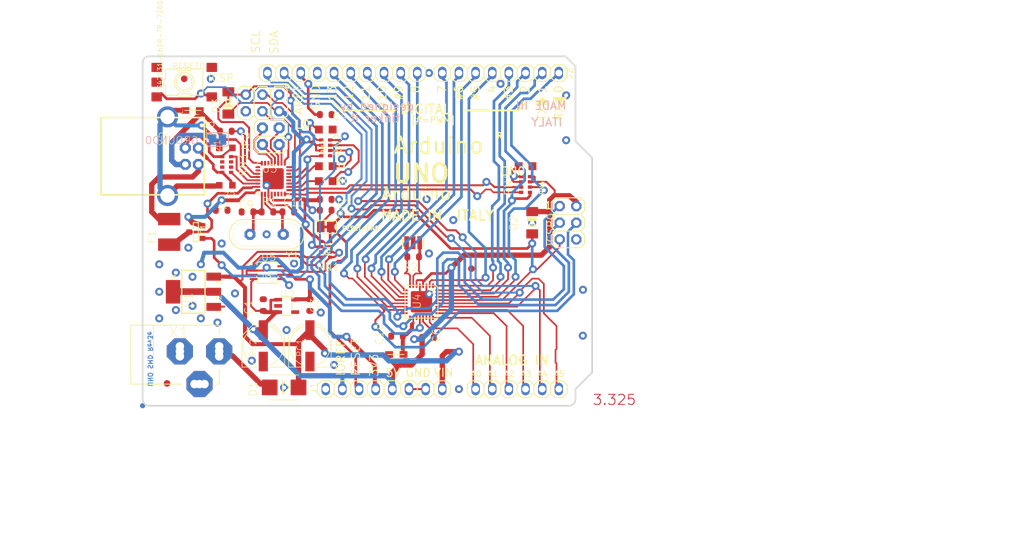
<source format=kicad_pcb>
(kicad_pcb (version 20211014) (generator pcbnew)
  (layers (0 "F.Cu" signal) (31 "B.Cu" signal) (34 "B.Paste" user) (35 "F.Paste" user) (36 "B.SilkS" user "B.Silkscreen") (37 "F.SilkS" user "F.Silkscreen") (38 "B.Mask" user) (39 "F.Mask" user) (44 "Edge.Cuts" user))
  (net 0 "")
  (net 1 "+5V")
  (net 2 "GND")
  (net 3 "AREF")
  (net 4 "RESET")
  (net 5 "VIN")
  (net 6 "M8RXD")
  (net 7 "M8TXD")
  (net 8 "SCK")
  (net 9 "N$3")
  (net 10 "N$35")
  (net 11 "N$36")
  (net 12 "PWRIN")
  (net 13 "D-")
  (net 14 "D+")
  (net 15 "+3V3")
  (net 16 "MISO")
  (net 17 "MOSI")
  (net 18 "SS")
  (net 19 "DTR")
  (net 20 "GATE_CMD")
  (net 21 "CMP")
  (net 22 "USBVCC")
  (net 23 "XTAL2")
  (net 24 "XTAL1")
  (net 25 "TP_VUCAP")
  (net 26 "RD-")
  (net 27 "RD+")
  (net 28 "RESET2")
  (net 29 "MISO2")
  (net 30 "MOSI2")
  (net 31 "SCK2")
  (net 32 "USHIELD")
  (net 33 "UGND")
  (net 34 "XUSB")
  (net 35 "XT2")
  (net 36 "XT1")
  (net 37 "RXLED")
  (net 38 "TXLED")
  (net 39 "A0")
  (net 40 "A1")
  (net 41 "A2")
  (net 42 "A3")
  (net 43 "A4/SDA")
  (net 44 "A5/SCL")
  (net 45 "IO2")
  (net 46 "IO1")
  (net 47 "IO0")
  (net 48 "IO3")
  (net 49 "IO4")
  (net 50 "IO5")
  (net 51 "IO6")
  (net 52 "IO7")
  (net 53 "IO8")
  (net 54 "IO9")
  (net 55 "5-GND")
  (net 56 "N$1")
  (net 57 "PB4")
  (net 58 "PB5")
  (net 59 "PB6")
  (net 60 "PB7")
  (net 61 "L13")
  (net 62 "N$4")
  (footprint "boardEagle:TP-SP" (layer "F.Cu") (at 139.7381 88.4936)
    (fp_text reference "TP_LL0" hide)
    (fp_text value "TP_SP" hide)
  )
  (footprint "boardEagle:CHIP-LED0805" (layer "F.Cu") (at 142.1511 97.3836 90)
    (fp_text reference "RX0" hide)
    (fp_text value "YELLOW")
  )
  (footprint "boardEagle:TP-SP" (layer "F.Cu") (at 170.8531 96.6216)
    (fp_text reference "TP_ONL0" hide)
    (fp_text value "TP_SP" hide)
  )
  (footprint "boardEagle:CT_CN0603" (layer "F.Cu") (at 126.9111 92.3036 180)
    (fp_text reference "Z1")
    (fp_text value "CG0603MLC-05E")
  )
  (footprint "boardEagle:MINIMELF" (layer "F.Cu") (at 173.6471 103.7336 -90)
    (fp_text reference "D2")
    (fp_text value "CD1206-S01575")
  )
  (footprint "boardEagle:C0603-ROUND" (layer "F.Cu") (at 157.7467 121.2596 180)
    (fp_text reference "C6")
    (fp_text value "100n")
  )
  (footprint "" (layer "F.Cu") (at 129.4511 80.8736)
    (fp_text reference "@HOLE2" hide)
    (fp_text value "")
  )
  (footprint "boardEagle:TP-SP" (layer "F.Cu") (at 123.2281 88.8746)
    (fp_text reference "TP_USH0" hide)
    (fp_text value "TP_SP" hide)
  )
  (footprint "boardEagle:CAY16" (layer "F.Cu") (at 127.0381 94.8436 90)
    (fp_text reference "RN3")
    (fp_text value "22R")
  )
  (footprint "boardEagle:TP-SP" (layer "F.Cu") (at 126.2761 110.2106)
    (fp_text reference "TP_GATE0" hide)
    (fp_text value "TP_SP" hide)
  )
  (footprint "boardEagle:TP-SP" (layer "F.Cu") (at 180.3781 101.1936)
    (fp_text reference "TP_5V1" hide)
    (fp_text value "TP_SP" hide)
  )
  (footprint "boardEagle:1X18-CUSTOM" (layer "F.Cu") (at 159.9311 80.8736 180)
    (fp_text reference "J2")
    (fp_text value "-")
  )
  (footprint "boardEagle:MLF32" (layer "F.Cu") (at 156.7561 115.7986 -90)
    (fp_text reference "U4")
    (fp_text value "ATMEGA328P-MU" hide)
  )
  (footprint "boardEagle:TP-SP" (layer "F.Cu") (at 129.9591 84.1756)
    (fp_text reference "TP_RESET2" hide)
    (fp_text value "TP_SP" hide)
  )
  (footprint "boardEagle:MSOP08" (layer "F.Cu") (at 133.2611 111.3536 90)
    (fp_text reference "U5")
    (fp_text value "LMV358IDGKR")
  )
  (footprint "boardEagle:TP-SP" (layer "F.Cu") (at 133.1341 110.5916)
    (fp_text reference "TP_LCMD0" hide)
    (fp_text value "TP_SP" hide)
  )
  (footprint "boardEagle:SJ" (layer "F.Cu") (at 142.1511 104.3686)
    (fp_text reference "RESET-EN0")
    (fp_text value "")
  )
  (footprint "boardEagle:TP-SP" (layer "F.Cu") (at 132.4991 86.7156)
    (fp_text reference "TP_MOSI2" hide)
    (fp_text value "TP_SP" hide)
  )
  (footprint "boardEagle:CT_CN0603" (layer "F.Cu") (at 126.9111 98.0186 180)
    (fp_text reference "Z2")
    (fp_text value "CG0603MLC-05E")
  )
  (footprint "boardEagle:TP-SP" (layer "F.Cu") (at 145.5801 95.9866)
    (fp_text reference "TP_RXL0" hide)
    (fp_text value "TP_SP" hide)
  )
  (footprint "boardEagle:FD-1-1.5" (layer "F.Cu") (at 120.5611 81.7626)
    (fp_text reference "FD1" hide)
    (fp_text value "DNP" hide)
  )
  (footprint "boardEagle:CAY16" (layer "F.Cu") (at 142.1511 92.3036 -90)
    (fp_text reference "RN2")
    (fp_text value "1K")
  )
  (footprint "boardEagle:TP-SP" (layer "F.Cu") (at 145.5801 92.9386)
    (fp_text reference "TP_TXL0" hide)
    (fp_text value "TP_SP" hide)
  )
  (footprint "boardEagle:TS42" (layer "F.Cu") (at 120.5611 82.2706)
    (fp_text reference "RESET0")
    (fp_text value "TS42031-160R-TR-7260")
  )
  (footprint "boardEagle:CAY16" (layer "F.Cu") (at 172.6311 97.8916 90)
    (fp_text reference "RN4")
    (fp_text value "1K")
  )
  (footprint "boardEagle:TP-SP" (layer "F.Cu") (at 165.2651 99.6696)
    (fp_text reference "TP_TX0" hide)
    (fp_text value "TP_SP" hide)
  )
  (footprint "boardEagle:QS" (layer "F.Cu") (at 133.1341 105.5116 180)
    (fp_text reference "Y1")
    (fp_text value "16MHz")
  )
  (footprint "boardEagle:TP-SP" (layer "F.Cu") (at 124.1171 100.8126)
    (fp_text reference "TP_USBVCC0" hide)
    (fp_text value "TP_SP" hide)
  )
  (footprint "boardEagle:SOT-23" (layer "F.Cu") (at 122.3391 105.1306 -90)
    (fp_text reference "T1")
    (fp_text value "FDN340P")
  )
  (footprint "boardEagle:RESONATOR" (layer "F.Cu") (at 155.4861 106.7816)
    (fp_text reference "Y2")
    (fp_text value "CSTCE16M0V53-R0 16MHZ")
  )
  (footprint "boardEagle:R0603-ROUND" (layer "F.Cu") (at 155.4861 108.9406 180)
    (fp_text reference "R2")
    (fp_text value "1M")
  )
  (footprint "boardEagle:0805" (layer "F.Cu") (at 152.9207 123.8504)
    (fp_text reference "L2")
    (fp_text value "10uH")
  )
  (footprint "boardEagle:POWERSUPPLY_DC-21MM" (layer "F.Cu") (at 119.5451 123.2916 90)
    (fp_text reference "X1")
    (fp_text value "POWERSUPPLY_DC21MMX")
  )
  (footprint "boardEagle:C0603-ROUND" (layer "F.Cu") (at 139.7381 116.3066 90)
    (fp_text reference "C3")
    (fp_text value "1u")
  )
  (footprint "boardEagle:0805" (layer "F.Cu") (at 121.8311 86.5886 180)
    (fp_text reference "L1")
    (fp_text value "BLM21")
  )
  (footprint "boardEagle:L1812" (layer "F.Cu") (at 118.2751 105.1306 90)
    (fp_text reference "F1")
    (fp_text value "MF-MSMF050-2 500mA")
  )
  (footprint "boardEagle:CHIP-LED0805" (layer "F.Cu") (at 142.1511 89.5096 -90)
    (fp_text reference "L0")
    (fp_text value "YELLOW")
  )
  (footprint "boardEagle:C0603-ROUND" (layer "F.Cu") (at 126.9111 89.7636 180)
    (fp_text reference "C8")
    (fp_text value "1u")
  )
  (footprint "boardEagle:PN61729" (layer "F.Cu") (at 118.0211 93.5736 -90)
    (fp_text reference "X2")
    (fp_text value "USB-B_TH")
  )
  (footprint "boardEagle:CAY16" (layer "F.Cu") (at 142.1511 107.7976 90)
    (fp_text reference "RN1")
    (fp_text value "10K")
  )
  (footprint "boardEagle:C0603-ROUND" (layer "F.Cu") (at 130.2131 102.0826 180)
    (fp_text reference "C9")
    (fp_text value "22p")
  )
  (footprint "boardEagle:R0603-ROUND" (layer "F.Cu") (at 133.2611 102.0826)
    (fp_text reference "R1")
    (fp_text value "1M")
  )
  (footprint "boardEagle:C0603-ROUND" (layer "F.Cu") (at 126.2761 101.8286 180)
    (fp_text reference "C2")
    (fp_text value "100n")
  )
  (footprint "boardEagle:ATMEL_QFN32" (layer "F.Cu") (at 134.1501 97.0026 90)
    (fp_text reference "U3")
    (fp_text value "16U2")
  )
  (footprint "boardEagle:2X03" (layer "F.Cu") (at 179.1081 103.7336 -90)
    (fp_text reference "ICSP0")
    (fp_text value "3x2 M")
  )
  (footprint "boardEagle:SMB" (layer "F.Cu") (at 135.8011 128.8796 180)
    (fp_text reference "D1")
    (fp_text value "M7")
  )
  (footprint "boardEagle:C0603-ROUND" (layer "F.Cu") (at 142.1511 87.2236 180)
    (fp_text reference "C4")
    (fp_text value "100n")
  )
  (footprint "boardEagle:TP-SP" (layer "F.Cu") (at 114.2111 131.6736)
    (fp_text reference "ORIGIN0" hide)
    (fp_text value "TP_SP" hide)
  )
  (footprint "boardEagle:1X14-CUSTOM" (layer "F.Cu") (at 159.9311 129.1336)
    (fp_text reference "J1")
    (fp_text value "-")
  )
  (footprint "boardEagle:CHIP-LED0805" (layer "F.Cu") (at 172.6311 95.0976 -90)
    (fp_text reference "ON0")
    (fp_text value "GREEN")
  )
  (footprint "" (layer "F.Cu") (at 128.1811 129.1336)
    (fp_text reference "@HOLE3" hide)
    (fp_text value "")
  )
  (footprint "boardEagle:FRAME" (layer "F.Cu") (at 92.7111 136.1736)
    (fp_text reference "FRAME1" hide)
    (fp_text value "DNP" hide)
  )
  (footprint "boardEagle:TP-SP" (layer "F.Cu") (at 129.1971 89.7636)
    (fp_text reference "TP_VUCAP0" hide)
    (fp_text value "TP_SP" hide)
  )
  (footprint "boardEagle:C0603-ROUND" (layer "F.Cu") (at 142.1511 101.8286)
    (fp_text reference "C5")
    (fp_text value "100n")
  )
  (footprint "boardEagle:SOT223" (layer "F.Cu") (at 121.9581 114.2746 90)
    (fp_text reference "U1")
    (fp_text value "NCP1117ST50T3G")
  )
  (footprint "boardEagle:C0603-ROUND" (layer "F.Cu") (at 136.4361 102.0826)
    (fp_text reference "C11")
    (fp_text value "22p")
  )
  (footprint "boardEagle:2X02" (layer "F.Cu") (at 133.7691 90.5256 90)
    (fp_text reference "JP2")
    (fp_text value "2x2 M-NM")
  )
  (footprint "boardEagle:TP-SP" (layer "F.Cu") (at 135.0391 84.1756)
    (fp_text reference "TP_MISO2" hide)
    (fp_text value "TP_SP" hide)
  )
  (footprint "boardEagle:2X03" (layer "F.Cu") (at 132.4991 85.4456 180)
    (fp_text reference "ICSP1")
    (fp_text value "3x2 M")
  )
  (footprint "boardEagle:MINIMELF" (layer "F.Cu") (at 127.2921 85.4456 90)
    (fp_text reference "D3")
    (fp_text value "CD1206-S01575")
  )
  (footprint "boardEagle:TP-SP" (layer "F.Cu") (at 140.1191 101.8286)
    (fp_text reference "TP_DTR0" hide)
    (fp_text value "TP_SP" hide)
  )
  (footprint "boardEagle:TP-SP" (layer "F.Cu") (at 166.6621 97.5106)
    (fp_text reference "TP_RX0" hide)
    (fp_text value "TP_SP" hide)
  )
  (footprint "boardEagle:C0603-ROUND" (layer "F.Cu") (at 153.0223 121.0564 180)
    (fp_text reference "C10")
    (fp_text value "100nF")
  )
  (footprint "boardEagle:CHIP-LED0805" (layer "F.Cu") (at 142.1511 95.0976 90)
    (fp_text reference "TX0" hide)
    (fp_text value "YELLOW")
  )
  (footprint "boardEagle:C0603-ROUND" (layer "F.Cu") (at 142.1511 100.1776)
    (fp_text reference "C7")
    (fp_text value "100n")
  )
  (footprint "boardEagle:SOT23-DBV" (layer "F.Cu") (at 136.1821 116.4336 -90)
    (fp_text reference "U2")
    (fp_text value "LP2985-33DBVR")
  )
  (footprint "" (layer "F.Cu") (at 180.2511 96.1136)
    (fp_text reference "@HOLE0" hide)
    (fp_text value "")
  )
  (footprint "" (layer "F.Cu") (at 180.2511 124.0536)
    (fp_text reference "@HOLE1" hide)
    (fp_text value "")
  )
  (footprint "boardEagle:PANASONIC_D" (layer "F.Cu") (at 132.6261 122.5296 90)
    (fp_text reference "PC2")
    (fp_text value "47u")
  )
  (footprint "boardEagle:TP-SP" (layer "F.Cu") (at 132.4991 84.1756)
    (fp_text reference "TP_SCK2" hide)
    (fp_text value "TP_SP" hide)
  )
  (footprint "boardEagle:C0603-ROUND" (layer "F.Cu") (at 132.6261 116.3066 -90)
    (fp_text reference "C1")
    (fp_text value "100n")
  )
  (footprint "boardEagle:TP-SP" (layer "F.Cu") (at 144.1831 108.3056)
    (fp_text reference "TP_CMP0" hide)
    (fp_text value "TP_SP" hide)
  )
  (footprint "boardEagle:FD-1-1.5" (layer "F.Cu") (at 164.3681 110.7416)
    (fp_text reference "FD2" hide)
    (fp_text value "DNP" hide)
  )
  (footprint "boardEagle:FD-1-1.5" (layer "F.Cu") (at 117.9411 128.2636)
    (fp_text reference "FD3" hide)
    (fp_text value "DNP" hide)
  )
  (footprint "boardEagle:PANASONIC_D" (layer "F.Cu") (at 139.7381 122.5296 90)
    (fp_text reference "PC1")
    (fp_text value "47u")
  )
  (footprint "boardEagle:SJ" (layer "B.Cu") (at 125.6411 91.0336 180)
    (fp_text reference "GROUND0")
    (fp_text value "")
  )
  (gr_line (start 175.6791 85.4456) (end 174.9171 85.4456) (layer "F.SilkS") (width 0.3048))
  (gr_line (start 177.8381 85.0646) (end 177.8381 85.1916) (layer "F.SilkS") (width 0.3048))
  (gr_line (start 174.2821 85.5726) (end 176.0601 85.5726) (layer "F.SilkS") (width 0.3048))
  (gr_line (start 171.4881 86.5886) (end 163.3601 86.5886) (layer "F.SilkS") (width 0.3048))
  (gr_line (start 176.9491 84.6836) (end 177.8381 85.5726) (layer "F.SilkS") (width 0.3048))
  (gr_line (start 172.6311 85.4456) (end 171.4881 86.5886) (layer "F.SilkS") (width 0.3048))
  (gr_line (start 174.6631 85.4456) (end 175.1711 84.9376) (layer "F.SilkS") (width 0.3048))
  (gr_line (start 178.3461 84.8106) (end 177.8381 85.3186) (layer "F.SilkS") (width 0.3048))
  (gr_line (start 177.8381 85.3186) (end 177.4571 84.9376) (layer "F.SilkS") (width 0.3048))
  (gr_line (start 176.0601 85.5726) (end 175.1711 84.6836) (layer "F.SilkS") (width 0.3048))
  (gr_line (start 177.3301 84.8106) (end 178.3461 84.8106) (layer "F.SilkS") (width 0.3048))
  (gr_line (start 144.5641 86.5886) (end 143.4211 85.4456) (layer "F.SilkS") (width 0.3048))
  (gr_circle (center 136.3091 82.9056) (end 136.5631 82.9056) (layer "F.SilkS") (width 0.254) (fill none))
  (gr_line (start 177.8381 85.5726) (end 178.7271 84.6836) (layer "F.SilkS") (width 0.3048))
  (gr_line (start 177.4571 84.9376) (end 177.9651 84.9376) (layer "F.SilkS") (width 0.3048))
  (gr_line (start 175.1711 84.9376) (end 175.6791 85.4456) (layer "F.SilkS") (width 0.3048))
  (gr_line (start 152.6921 86.5886) (end 144.5641 86.5886) (layer "F.SilkS") (width 0.3048))
  (gr_line (start 178.7271 84.6836) (end 176.9491 84.6836) (layer "F.SilkS") (width 0.3048))
  (gr_line (start 175.1711 84.6836) (end 174.2821 85.5726) (layer "F.SilkS") (width 0.3048))
  (gr_line (start 174.9171 85.4456) (end 175.2981 85.1916) (layer "F.SilkS") (width 0.3048))
  (gr_line (start 182.7911 93.8276) (end 182.7911 126.5936) (layer "Edge.Cuts") (width 0.254))
  (gr_arc (start 180.2511 130.6736) (mid 179.958207 131.380707) (end 179.2511 131.6736) (layer "Edge.Cuts") (width 0.254))
  (gr_line (start 179.2511 131.6736) (end 115.2111 131.6736) (layer "Edge.Cuts") (width 0.254))
  (gr_line (start 115.2111 78.3336) (end 178.7271 78.3336) (layer "Edge.Cuts") (width 0.254))
  (gr_line (start 180.2511 129.1336) (end 180.2511 130.6736) (layer "Edge.Cuts") (width 0.254))
  (gr_line (start 114.2111 79.3496) (end 114.2111 130.6576) (layer "Edge.Cuts") (width 0.254))
  (gr_line (start 178.7271 78.3336) (end 180.2511 79.8576) (layer "Edge.Cuts") (width 0.254))
  (gr_line (start 180.2511 79.8576) (end 180.2511 91.2876) (layer "Edge.Cuts") (width 0.254))
  (gr_line (start 180.2511 91.2876) (end 182.7911 93.8276) (layer "Edge.Cuts") (width 0.254))
  (gr_line (start 182.7911 126.5936) (end 180.2511 129.1336) (layer "Edge.Cuts") (width 0.254))
  (gr_arc (start 114.2111 79.3336) (mid 114.503993 78.626493) (end 115.2111 78.3336) (layer "Edge.Cuts") (width 0.254))
  (gr_arc (start 115.2111 131.6736) (mid 114.503993 131.380707) (end 114.2111 130.6736) (layer "Edge.Cuts") (width 0.254))
  (gr_text "3.325" (at 182.7911 131.6736) (layer "F.Cu") (effects (font (size 1.542288 1.542288) (thickness 0.134112)) (justify left bottom)))
  (gr_text "UNO SMD Rev3e" (at 115.7605 120.2436 -90) (layer "B.Cu") (effects (font (size 0.69088 0.69088) (thickness 0.12192)) (justify right top mirror)))
  (gr_text "tinker it" (at 153.5811 88.4936) (layer "B.SilkS") (effects (font (size 1.251712 1.251712) (thickness 0.170688)) (justify left bottom mirror)))
  (gr_text "designed by" (at 155.7401 86.7156) (layer "B.SilkS") (effects (font (size 1.251712 1.251712) (thickness 0.170688)) (justify left bottom mirror)))
  (gr_text "ITALY" (at 178.3461 89.1286) (layer "B.SilkS") (effects (font (size 1.251712 1.251712) (thickness 0.170688)) (justify left bottom mirror)))
  (gr_text "MADE IN" (at 178.9811 86.5886) (layer "B.SilkS") (effects (font (size 1.251712 1.251712) (thickness 0.170688)) (justify left bottom mirror)))
  (gr_text "#" (at 151.4221 86.3346 90) (layer "F.SilkS") (effects (font (size 0.972312 0.972312) (thickness 0.145288)) (justify left bottom)))
  (gr_text "AREF" (at 137.2279 82.5114 90) (layer "F.SilkS") (effects (font (size 1.28016 1.28016) (thickness 0.14224)) (justify right top)))
  (gr_text "RX" (at 178.4731 88.2396 90) (layer "F.SilkS") (effects (font (size 1.28016 1.28016) (thickness 0.14224)) (justify left bottom)))
  (gr_text "3V3" (at 150.2791 127.3556 90) (layer "F.SilkS") (effects (font (size 1.28016 1.28016) (thickness 0.14224)) (justify left bottom)))
  (gr_text "VIN" (at 158.5341 127.3556) (layer "F.SilkS") (effects (font (size 1.251712 1.251712) (thickness 0.170688)) (justify left bottom)))
  (gr_text "#" (at 153.8351 85.0646 90) (layer "F.SilkS") (effects (font (size 0.972312 0.972312) (thickness 0.145288)) (justify left bottom)))
  (gr_text "RESET" (at 147.4851 127.2286 90) (layer "F.SilkS") (effects (font (size 1.28016 1.28016) (thickness 0.14224)) (justify left bottom)))
  (gr_text "1" (at 175.4575 101.7292) (layer "F.SilkS") (effects (font (size 1.0795 1.0795) (thickness 0.1905)) (justify left bottom)))
  (gr_text "12" (at 144.9451 82.6516 90) (layer "F.SilkS") (effects (font (size 1.251712 1.251712) (thickness 0.170688)) (justify right top)))
  (gr_text "3" (at 169.3291 82.6516 90) (layer "F.SilkS") (effects (font (size 1.251712 1.251712) (thickness 0.170688)) (justify right top)))
  (gr_text "U5" (at 132.2111 109.6736) (layer "F.SilkS") (effects (font (size 1.1684 1.1684) (thickness 0.1016)) (justify left bottom)))
  (gr_text "4" (at 166.7891 82.6516 90) (layer "F.SilkS") (effects (font (size 1.251712 1.251712) (thickness 0.170688)) (justify right top)))
  (gr_text "R" (at 168.1353 90.9066) (layer "F.SilkS") (effects (font (size 0.8128 0.8128) (thickness 0.2032)) (justify left bottom)))
  (gr_text "UNO" (at 152.1587 97.79) (layer "F.SilkS") (effects (font (size 2.69875 2.69875) (thickness 0.47625)) (justify left bottom)))
  (gr_text "RN2" (at 144.7111 93.6736 90) (layer "F.SilkS") (effects (font (size 1.1684 1.1684) (thickness 0.1016)) (justify left bottom)))
  (gr_text "6" (at 161.7091 82.6516 90) (layer "F.SilkS") (effects (font (size 1.251712 1.251712) (thickness 0.170688)) (justify right top)))
  (gr_text "1" (at 174.4091 82.6516 90) (layer "F.SilkS") (effects (font (size 1.251712 1.251712) (thickness 0.170688)) (justify right top)))
  (gr_text "RX" (at 145.4531 96.901) (layer "F.SilkS") (effects (font (size 0.8636 0.8636) (thickness 0.1524)) (justify right top)))
  (gr_text "TX" (at 145.4531 94.5896) (layer "F.SilkS") (effects (font (size 0.8636 0.8636) (thickness 0.1524)) (justify right top)))
  (gr_text "9" (at 152.5651 82.6516 90) (layer "F.SilkS") (effects (font (size 1.251712 1.251712) (thickness 0.170688)) (justify right top)))
  (gr_text "SDA" (at 135.0093 78.0928 90) (layer "F.SilkS") (effects (font (size 1.28016 1.28016) (thickness 0.14224)) (justify left bottom)))
  (gr_text "SCL" (at 132.2153 77.9658 90) (layer "F.SilkS") (effects (font (size 1.28016 1.28016) (thickness 0.14224)) (justify left bottom)))
  (gr_text "10" (at 150.0251 82.6516 90) (layer "F.SilkS") (effects (font (size 1.251712 1.251712) (thickness 0.170688)) (justify right top)))
  (gr_text "A0" (at 164.1997 127.3434) (layer "F.SilkS") (effects (font (size 0.89408 0.89408) (thickness 0.12192)) (justify left bottom)))
  (gr_text "[#=PWM]" (at 155.1051 88.6206) (layer "F.SilkS") (effects (font (size 0.972312 0.972312) (thickness 0.145288)) (justify left bottom)))
  (gr_text "13" (at 142.4051 82.6516 90) (layer "F.SilkS") (effects (font (size 1.251712 1.251712) (thickness 0.170688)) (justify right top)))
  (gr_text "A4" (at 174.3597 127.3434) (layer "F.SilkS") (effects (font (size 0.89408 0.89408) (thickness 0.12192)) (justify left bottom)))
  (gr_text "GND" (at 139.8841 82.5368 90) (layer "F.SilkS") (effects (font (size 1.28016 1.28016) (thickness 0.14224)) (justify right top)))
  (gr_text "A5" (at 176.8997 127.3434) (layer "F.SilkS") (effects (font (size 0.89408 0.89408) (thickness 0.12192)) (justify left bottom)))
  (gr_text "GND" (at 154.2245 127.3688) (layer "F.SilkS") (effects (font (size 1.251712 1.251712) (thickness 0.170688)) (justify left bottom)))
  (gr_text "A2" (at 169.2797 127.3434) (layer "F.SilkS") (effects (font (size 0.89408 0.89408) (thickness 0.12192)) (justify left bottom)))
  (gr_text "IOREF" (at 145.1991 127.2286 90) (layer "F.SilkS") (effects (font (size 1.28016 1.28016) (thickness 0.14224)) (justify left bottom)))
  (gr_text "0" (at 176.9491 82.6516 90) (layer "F.SilkS") (effects (font (size 1.251712 1.251712) (thickness 0.170688)) (justify right top)))
  (gr_text "11" (at 147.4851 82.6516 90) (layer "F.SilkS") (effects (font (size 1.251712 1.251712) (thickness 0.170688)) (justify right top)))
  (gr_text "8" (at 155.1051 82.6516 90) (layer "F.SilkS") (effects (font (size 1.251712 1.251712) (thickness 0.170688)) (justify right top)))
  (gr_text "A1" (at 166.7397 127.3434) (layer "F.SilkS") (effects (font (size 0.89408 0.89408) (thickness 0.12192)) (justify left bottom)))
  (gr_text "RN4" (at 170.7111 99.6736 90) (layer "F.SilkS") (effects (font (size 1.1684 1.1684) (thickness 0.1016)) (justify left bottom)))
  (gr_text "DIGITAL" (at 153.3635 87.2594) (layer "F.SilkS") (effects (font (size 1.42494 1.42494) (thickness 0.25146)) (justify left bottom)))
  (gr_text "#" (at 165.5191 85.0646 90) (layer "F.SilkS") (effects (font (size 0.972312 0.972312) (thickness 0.145288)) (justify left bottom)))
  (gr_text "RN1" (at 140.7111 111.1736) (layer "F.SilkS") (effects (font (size 1.1684 1.1684) (thickness 0.1016)) (justify left bottom)))
  (gr_text "2" (at 171.8691 82.6516 90) (layer "F.SilkS") (effects (font (size 1.251712 1.251712) (thickness 0.170688)) (justify right top)))
  (gr_text "Arduino" (at 150.4315 100.4316) (layer "F.SilkS") (effects (font (size 1.922272 1.922272) (thickness 0.262128)) (justify left bottom)))
  (gr_text "Arduino" (at 152.3111 93.3704) (layer "F.SilkS") (effects (font (size 2.45872 2.45872) (thickness 0.33528)) (justify left bottom)))
  (gr_text "5" (at 164.2491 82.6516 90) (layer "F.SilkS") (effects (font (size 1.251712 1.251712) (thickness 0.170688)) (justify right top)))
  (gr_text "#" (at 148.8821 86.3346 90) (layer "F.SilkS") (effects (font (size 0.972312 0.972312) (thickness 0.145288)) (justify left bottom)))
  (gr_text "ANALOG IN" (at 164.7571 125.5776) (layer "F.SilkS") (effects (font (size 1.42494 1.42494) (thickness 0.25146)) (justify left bottom)))
  (gr_text "MADE IN" (at 150.4061 103.5304) (layer "F.SilkS") (effects (font (size 1.5113 1.5113) (thickness 0.2667)) (justify left bottom)))
  (gr_text "#" (at 170.5991 85.0646 90) (layer "F.SilkS") (effects (font (size 0.972312 0.972312) (thickness 0.145288)) (justify left bottom)))
  (gr_text "7" (at 159.1691 82.6516 90) (layer "F.SilkS") (effects (font (size 1.251712 1.251712) (thickness 0.170688)) (justify right top)))
  (gr_text "#" (at 163.1061 85.0646 90) (layer "F.SilkS") (effects (font (size 0.972312 0.972312) (thickness 0.145288)) (justify left bottom)))
  (gr_text "5V" (at 151.1681 127.3556) (layer "F.SilkS") (effects (font (size 1.251712 1.251712) (thickness 0.170688)) (justify left bottom)))
  (gr_text "ITALY" (at 161.9377 103.505) (layer "F.SilkS") (effects (font (size 1.5113 1.5113) (thickness 0.2667)) (justify left bottom)))
  (gr_text "A3" (at 171.8197 127.3434) (layer "F.SilkS") (effects (font (size 0.89408 0.89408) (thickness 0.12192)) (justify left bottom)))
  (gr_text "TX" (at 175.9287 88.2274 90) (layer "F.SilkS") (effects (font (size 1.28016 1.28016) (thickness 0.14224)) (justify left bottom)))
  (segment (start 176.3141 102.2096) (end 176.1381 102.0336) (width 0.8128) (layer "F.Cu") (net 1))
  (segment (start 177.0761 99.6188) (end 177.0761 98.7806) (width 0.3048) (layer "F.Cu") (net 1))
  (segment (start 140.1381 91.3956) (end 140.6461 91.9036) (width 0.4064) (layer "F.Cu") (net 1))
  (segment (start 173.9711 96.6916) (end 173.3061 96.6916) (width 0.3048) (layer "F.Cu") (net 1))
  (segment (start 153.4541 125.4506) (end 155.2321 125.4506) (width 0.8128) (layer "F.Cu") (net 1))
  (segment (start 138.9761 100.2909) (end 138.8491 100.1639) (width 0.6096) (layer "F.Cu") (net 1))
  (segment (start 133.2611 85.4456) (end 128.9921 85.4456) (width 0.254) (layer "F.Cu") (net 1))
  (segment (start 142.4369 107.3976) (end 142.8261 107.3976) (width 0.254) (layer "F.Cu") (net 1))
  (segment (start 141.4761 106.5976) (end 141.8655 106.5976) (width 0.254) (layer "F.Cu") (net 1))
  (segment (start 125.3871 101.1936) (end 125.3871 101.8286) (width 0.6096) (layer "F.Cu") (net 1))
  (segment (start 151.8207 123.8504) (end 151.8207 124.5284) (width 0.6096) (layer "F.Cu") (net 1))
  (segment (start 153.0985 125.8062) (end 153.4541 125.4506) (width 0.8128) (layer "F.Cu") (net 1))
  (segment (start 133.9001 99.9276) (end 133.9001 99.3534) (width 0.2794) (layer "F.Cu") (net 1))
  (segment (start 176.9999 99.6188) (end 177.0761 99.6188) (width 0.8128) (layer "F.Cu") (net 1))
  (segment (start 175.0441 108.6866) (end 176.3141 107.4166) (width 0.8128) (layer "F.Cu") (net 1))
  (segment (start 176.3141 100.3046) (end 176.9999 99.6188) (width 0.8128) (layer "F.Cu") (net 1))
  (segment (start 139.1031 104.7006) (end 140.1681 105.7656) (width 0.4064) (layer "F.Cu") (net 1))
  (segment (start 141.1488 100.2909) (end 141.2621 100.1776) (width 0.6096) (layer "F.Cu") (net 1))
  (segment (start 140.6441 105.7656) (end 141.4761 106.5976) (width 0.4064) (layer "F.Cu") (net 1))
  (segment (start 174.0281 97.4916) (end 174.0281 96.7486) (width 0.3048) (layer "F.Cu") (net 1))
  (segment (start 176.3141 102.2096) (end 176.3141 100.3046) (width 0.8128) (layer "F.Cu") (net 1))
  (segment (start 125.2347 114.2492) (end 125.0569 114.2746) (width 0.508) (layer "F.Cu") (net 1))
  (segment (start 137.0984 100.3046) (end 134.1501 100.3046) (width 0.4064) (layer "F.Cu") (net 1))
  (segment (start 152.3111 126.5936) (end 153.0985 125.8062) (width 0.8128) (layer "F.Cu") (net 1))
  (segment (start 174.0281 97.4916) (end 173.3061 97.4916) (width 0.3048) (layer "F.Cu") (net 1))
  (segment (start 156.6037 121.5136) (end 155.6385 121.5136) (width 0.8128) (layer "F.Cu") (net 1))
  (segment (start 134.8821 117.3836) (end 133.7691 117.3836) (width 0.6096) (layer "F.Cu") (net 1))
  (segment (start 180.3781 101.1936) (end 180.3781 101.2306) (width 0.8128) (layer "F.Cu") (net 1))
  (segment (start 128.8161 100.3046) (end 129.9591 99.1616) (width 0.4064) (layer "F.Cu") (net 1))
  (segment (start 130.7846 112.7741) (end 131.1891 112.3696) (width 0.3048) (layer "F.Cu") (net 1))
  (segment (start 160.4391 111.4806) (end 158.2801 111.4806) (width 0.4064) (layer "F.Cu") (net 1))
  (segment (start 158.2801 111.4806) (end 157.1411 112.6196) (width 0.4064) (layer "F.Cu") (net 1))
  (segment (start 132.6261 117.1956) (end 131.4831 117.1956) (width 0.3048) (layer "F.Cu") (net 1))
  (segment (start 129.9591 99.1616) (end 131.2291 99.1616) (width 0.4064) (layer "F.Cu") (net 1))
  (segment (start 134.1501 100.3046) (end 133.9001 99.9276) (width 0.2794) (layer "F.Cu") (net 1))
  (segment (start 175.7871 97.4916) (end 174.0281 97.4916) (width 0.3048) (layer "F.Cu") (net 1))
  (segment (start 139.1031 103.9876) (end 139.1031 104.7006) (width 0.4064) (layer "F.Cu") (net 1))
  (segment (start 120.0531 114.2746) (end 120.0785 114.2492) (width 1.016) (layer "F.Cu") (net 1))
  (segment (start 135.0391 86.7156) (end 134.5311 86.7156) (width 0.254) (layer "F.Cu") (net 1))
  (segment (start 134.5971 117.3836) (end 134.8821 117.3836) (width 0.6096) (layer "F.Cu") (net 1))
  (segment (start 132.6261 119.3546) (end 134.5971 117.3836) (width 0.6096) (layer "F.Cu") (net 1))
  (segment (start 139.7381 91.4146) (end 140.1381 91.3956) (width 0.4064) (layer "F.Cu") (net 1))
  (segment (start 133.7691 117.3836) (end 132.8141 117.3836) (width 0.6096) (layer "F.Cu") (net 1))
  (segment (start 155.2321 125.4506) (end 156.8577 123.825) (width 0.8128) (layer "F.Cu") (net 1))
  (segment (start 132.8141 117.3836) (end 132.6261 117.1956) (width 0.6096) (layer "F.Cu") (net 1))
  (segment (start 156.8577 121.2596) (end 156.6037 121.5136) (width 0.8128) (layer "F.Cu") (net 1))
  (segment (start 138.9761 103.4796) (end 138.9761 100.2909) (width 0.4064) (layer "F.Cu") (net 1))
  (segment (start 161.3281 110.5916) (end 163.2331 108.6866) (width 0.8128) (layer "F.Cu") (net 1))
  (segment (start 137.2391 100.1639) (end 137.0984 100.3046) (width 0.4064) (layer "F.Cu") (net 1))
  (segment (start 157.0061 112.6196) (end 157.0061 113.3486) (width 0.2794) (layer "F.Cu") (net 1))
  (segment (start 156.1211 112.4966) (end 156.0061 112.6116) (width 0.2794) (layer "F.Cu") (net 1))
  (segment (start 138.9761 100.2909) (end 141.1488 100.2909) (width 0.6096) (layer "F.Cu") (net 1))
  (segment (start 176.3141 107.4166) (end 176.3141 102.2096) (width 0.8128) (layer "F.Cu") (net 1))
  (segment (start 128.9921 85.4456) (end 127.2921 87.1456) (width 0.254) (layer "F.Cu") (net 1))
  (segment (start 131.4831 117.1956) (end 130.7846 116.4971) (width 0.3048) (layer "F.Cu") (net 1))
  (segment (start 163.2331 108.6866) (end 175.0441 108.6866) (width 0.8128) (layer "F.Cu") (net 1))
  (segment (start 140.6461 91.9036) (end 141.4761 91.9036) (width 0.3048) (layer "F.Cu") (net 1))
  (segment (start 131.1891 112.3696) (end 131.1491 112.3296) (width 0.3048) (layer "F.Cu") (net 1))
  (segment (start 176.1381 102.0336) (end 173.6471 102.0336) (width 0.8128) (layer "F.Cu") (net 1))
  (segment (start 121.7803 103.6828) (end 121.1961 102.8446) (width 0.8128) (layer "F.Cu") (net 1))
  (segment (start 156.8831 112.4966) (end 156.1211 112.4966) (width 0.3048) (layer "F.Cu") (net 1))
  (segment (start 139.1031 103.9876) (end 138.9761 103.4796) (width 0.4064) (layer "F.Cu") (net 1))
  (segment (start 132.9941 119.9896) (end 132.6261 120.1296) (width 0.6096) (layer "F.Cu") (net 1))
  (segment (start 140.1681 105.7656) (end 140.6441 105.7656) (width 0.4064) (layer "F.Cu") (net 1))
  (segment (start 141.8655 106.5976) (end 142.4369 107.3976) (width 0.254) (layer "F.Cu") (net 1))
  (segment (start 130.7846 116.4971) (end 130.7846 112.7741) (width 0.3048) (layer "F.Cu") (net 1))
  (segment (start 126.2761 100.3046) (end 128.8161 100.3046) (width 0.6096) (layer "F.Cu") (net 1))
  (segment (start 133.7691 117.3836) (end 133.7691 115.5446) (width 0.4064) (layer "F.Cu") (net 1))
  (segment (start 125.3871 101.8286) (end 125.2601 101.9556) (width 0.6096) (layer "F.Cu") (net 1))
  (segment (start 180.3781 101.1936) (end 180.2511 101.1936) (width 0.508) (layer "F.Cu") (net 1))
  (segment (start 157.1411 112.6196) (end 157.0061 112.6196) (width 0.4064) (layer "F.Cu") (net 1))
  (segment (start 152.3111 129.1336) (end 152.3111 126.5936) (width 0.8128) (layer "F.Cu") (net 1))
  (segment (start 140.6841 92.7036) (end 141.4761 92.7036) (width 0.3048) (layer "F.Cu") (net 1))
  (segment (start 177.0761 99.6188) (end 179.3113 99.6188) (width 0.8128) (layer "F.Cu") (net 1))
  (segment (start 161.3281 110.5916) (end 160.4391 111.4806) (width 0.4064) (layer "F.Cu") (net 1))
  (segment (start 123.3551 104.1908) (end 121.7803 103.6828) (width 0.8128) (layer "F.Cu") (net 1))
  (segment (start 141.4761 106.5976) (end 141.5331 106.6546) (width 0.254) (layer "F.Cu") (net 1))
  (segment (start 120.0785 114.2492) (end 125.2347 114.2492) (width 1.016) (layer "F.Cu") (net 1))
  (segment (start 179.3113 99.6188) (end 180.3781 100.5586) (width 0.8128) (layer "F.Cu") (net 1))
  (segment (start 140.6461 91.9036) (end 140.6841 92.7036) (width 0.3048) (layer "F.Cu") (net 1))
  (segment (start 157.0061 112.6196) (end 156.8831 112.4966) (width 0.3048) (layer "F.Cu") (net 1))
  (segment (start 139.2301 91.0336) (end 139.7381 91.4146) (width 0.4064) (layer "F.Cu") (net 1))
  (segment (start 132.6261 120.1296) (end 132.6261 119.3546) (width 0.6096) (layer "F.Cu") (net 1))
  (segment (start 138.8491 100.1639) (end 137.2391 100.1639) (width 0.6096) (layer "F.Cu") (net 1))
  (segment (start 133.7691 115.5446) (end 134.8211 115.5446) (width 0.4064) (layer "F.Cu") (net 1))
  (segment (start 156.0061 112.6116) (end 156.0061 113.3486) (width 0.2794) (layer "F.Cu") (net 1))
  (segment (start 131.2291 99.1616) (end 131.6381 98.7526) (width 0.2794) (layer "F.Cu") (net 1))
  (segment (start 131.1021 119.9896) (end 132.9941 119.9896) (width 0.6096) (layer "F.Cu") (net 1))
  (segment (start 131.6381 98.7526) (end 131.7993 98.7526) (width 0.2794) (layer "F.Cu") (net 1))
  (segment (start 156.8577 123.825) (end 156.8577 121.2596) (width 0.8128) (layer "F.Cu") (net 1))
  (segment (start 151.8207 124.5284) (end 153.0985 125.8062) (width 0.6096) (layer "F.Cu") (net 1))
  (segment (start 118.8591 114.2746) (end 120.0531 114.2746) (width 1.016) (layer "F.Cu") (net 1))
  (segment (start 177.0761 98.7806) (end 175.7871 97.4916) (width 0.3048) (layer "F.Cu") (net 1))
  (segment (start 134.5311 86.7156) (end 133.2611 85.4456) (width 0.254) (layer "F.Cu") (net 1))
  (segment (start 174.0281 96.7486) (end 173.9711 96.6916) (width 0.3048) (layer "F.Cu") (net 1))
  (segment (start 126.2761 100.3046) (end 125.3871 101.1936) (width 0.6096) (layer "F.Cu") (net 1))
  (segment (start 134.8211 115.5446) (end 134.8821 115.4836) (width 0.4064) (layer "F.Cu") (net 1))
  (segment (start 180.3781 100.5586) (end 180.3781 101.1936) (width 0.8128) (layer "F.Cu") (net 1))
  (via (at 161.3281 110.5916) (size 1.2192) (drill 0.6096) (layers "F.Cu" "B.Cu") (net 1))
  (via (at 121.1961 102.8446) (size 1.2192) (drill 0.6096) (layers "F.Cu" "B.Cu") (net 1))
  (via (at 119.2911 117.0686) (size 1.2192) (drill 0.6096) (layers "F.Cu" "B.Cu") (net 1))
  (via (at 123.1011 110.0836) (size 1.2192) (drill 0.6096) (layers "F.Cu" "B.Cu") (net 1))
  (via (at 119.2911 111.3536) (size 1.2192) (drill 0.6096) (layers "F.Cu" "B.Cu") (net 1))
  (via (at 121.1961 107.5436) (size 1.2192) (drill 0.6096) (layers "F.Cu" "B.Cu") (net 1))
  (via (at 116.7511 118.3386) (size 1.2192) (drill 0.6096) (layers "F.Cu" "B.Cu") (net 1))
  (via (at 123.1011 118.3386) (size 1.2192) (drill 0.6096) (layers "F.Cu" "B.Cu") (net 1))
  (via (at 131.1021 119.9896) (size 1.2192) (drill 0.6096) (layers "F.Cu" "B.Cu") (net 1))
  (via (at 155.6385 121.5136) (size 1.2192) (drill 0.6096) (layers "F.Cu" "B.Cu") (net 1))
  (via (at 139.1031 103.9876) (size 1.2192) (drill 0.6096) (layers "F.Cu" "B.Cu") (net 1))
  (via (at 121.8311 111.9886) (size 1.2192) (drill 0.6096) (layers "F.Cu" "B.Cu") (net 1))
  (via (at 121.8311 116.4336) (size 1.2192) (drill 0.6096) (layers "F.Cu" "B.Cu") (net 1))
  (via (at 139.2301 91.0336) (size 1.2192) (drill 0.6096) (layers "F.Cu" "B.Cu") (net 1))
  (via (at 126.2761 100.3046) (size 1.2192) (drill 0.6096) (layers "F.Cu" "B.Cu") (net 1))
  (via (at 116.7511 114.2746) (size 1.2192) (drill 0.6096) (layers "F.Cu" "B.Cu") (net 1))
  (via (at 116.7511 110.0836) (size 1.2192) (drill 0.6096) (layers "F.Cu" "B.Cu") (net 1))
  (segment (start 136.6647 111.2012) (end 137.8585 111.2012) (width 0.6096) (layer "B.Cu") (net 1))
  (segment (start 152.3365 128.0414) (end 152.3111 129.1336) (width 0.8128) (layer "B.Cu") (net 1))
  (segment (start 144.8181 127.1016) (end 144.6911 126.9746) (width 0.6096) (layer "B.Cu") (net 1))
  (segment (start 139.1031 103.8199) (end 137.2819 101.9987) (width 0.6096) (layer "B.Cu") (net 1))
  (segment (start 139.1031 103.9876) (end 139.1031 103.8199) (width 0.6096) (layer "B.Cu") (net 1))
  (segment (start 134.8359 109.347) (end 135.5725 110.0836) (width 0.6096) (layer "B.Cu") (net 1))
  (segment (start 123.6091 108.3056) (end 126.5301 108.3056) (width 0.6096) (layer "B.Cu") (net 1))
  (segment (start 131.2291 110.5916) (end 132.4737 109.347) (width 0.6096) (layer "B.Cu") (net 1))
  (segment (start 123.1011 110.0836) (end 123.6091 108.3056) (width 0.6096) (layer "B.Cu") (net 1))
  (segment (start 135.2931 86.9696) (end 135.0391 86.7156) (width 0.6096) (layer "B.Cu") (net 1))
  (segment (start 121.1961 102.8446) (end 123.7361 102.8446) (width 0.6096) (layer "B.Cu") (net 1))
  (segment (start 137.8585 111.2012) (end 138.5189 110.5408) (width 0.6096) (layer "B.Cu") (net 1))
  (segment (start 131.1021 119.9896) (end 138.2141 127.1016) (width 0.8128) (layer "B.Cu") (net 1))
  (segment (start 126.5301 108.3056) (end 128.8161 110.5916) (width 0.6096) (layer "B.Cu") (net 1))
  (segment (start 137.2819 101.9987) (end 137.2819 92.9818) (width 0.6096) (layer "B.Cu") (net 1))
  (segment (start 161.3281 116.9416) (end 161.3281 110.5916) (width 0.8128) (layer "B.Cu") (net 1))
  (segment (start 144.6911 126.9746) (end 144.6911 129.1336) (width 0.6096) (layer "B.Cu") (net 1))
  (segment (start 131.1021 119.9896) (end 126.2761 115.1636) (width 0.8128) (layer "B.Cu") (net 1))
  (segment (start 128.8161 110.5916) (end 131.2291 110.5916) (width 0.6096) (layer "B.Cu") (net 1))
  (segment (start 144.8181 127.1016) (end 151.3967 127.1016) (width 0.8128) (layer "B.Cu") (net 1))
  (segment (start 137.1981 89.6366) (end 137.1981 88.3666) (width 0.6096) (layer "B.Cu") (net 1))
  (segment (start 161.3281 116.9416) (end 156.7561 121.5136) (width 0.8128) (layer "B.Cu") (net 1))
  (segment (start 135.9281 87.0966) (end 135.9281 86.9696) (width 0.6096) (layer "B.Cu") (net 1))
  (segment (start 132.4737 109.347) (end 134.8359 109.347) (width 0.6096) (layer "B.Cu") (net 1))
  (segment (start 137.2819 92.9818) (end 139.2301 91.0336) (width 0.6096) (layer "B.Cu") (net 1))
  (segment (start 135.5471 110.0836) (end 136.6647 111.2012) (width 0.6096) (layer "B.Cu") (net 1))
  (segment (start 138.2141 127.1016) (end 144.8181 127.1016) (width 0.8128) (layer "B.Cu") (net 1))
  (segment (start 135.9281 86.9696) (end 135.2931 86.9696) (width 0.6096) (layer "B.Cu") (net 1))
  (segment (start 137.1981 88.3666) (end 135.9281 87.0966) (width 0.6096) (layer "B.Cu") (net 1))
  (segment (start 156.7561 121.5136) (end 155.6385 121.5136) (width 0.8128) (layer "B.Cu") (net 1))
  (segment (start 138.5189 104.6226) (end 139.1031 103.9876) (width 0.6096) (layer "B.Cu") (net 1))
  (segment (start 135.5725 110.0836) (end 135.5471 110.0836) (width 0.6096) (layer "B.Cu") (net 1))
  (segment (start 138.5189 110.5408) (end 138.5189 104.6226) (width 0.6096) (layer "B.Cu") (net 1))
  (segment (start 138.5951 91.0336) (end 137.1981 89.6366) (width 0.6096) (layer "B.Cu") (net 1))
  (segment (start 139.2301 91.0336) (end 138.5951 91.0336) (width 0.6096) (layer "B.Cu") (net 1))
  (segment (start 151.3967 127.1016) (end 152.3365 128.0414) (width 0.8128) (layer "B.Cu") (net 1))
  (segment (start 123.7361 102.8446) (end 126.2761 100.3046) (width 0.6096) (layer "B.Cu") (net 1))
  (segment (start 133.4001 98.1576) (end 133.1341 98.0186) (width 0.3048) (layer "F.Cu") (net 2))
  (segment (start 125.0569 116.586) (end 126.6571 116.5352) (width 0.3048) (layer "F.Cu") (net 2))
  (segment (start 136.3091 101.0666) (end 137.3251 102.0826) (width 0.2794) (layer "F.Cu") (net 2))
  (segment (start 133.4001 98.2846) (end 133.1341 98.0186) (width 0.2794) (layer "F.Cu") (net 2))
  (segment (start 157.5061 114.2118) (end 157.5061 113.3486) (width 0.2794) (layer "F.Cu") (net 2))
  (segment (start 157.0061 118.2486) (end 157.0061 118.8426) (width 0.2794) (layer "F.Cu") (net 2))
  (segment (start 133.4001 99.3534) (end 133.4001 100.4436) (width 0.2794) (layer "F.Cu") (net 2))
  (segment (start 154.8511 129.1336) (end 157.3911 129.1336) (width 0.3048) (layer "F.Cu") (net 2))
  (segment (start 156.7561 114.6556) (end 157.8991 114.6556) (width 0.3048) (layer "F.Cu") (net 2))
  (segment (start 158.5341 120.3706) (end 158.6357 121.2596) (width 0.3048) (layer "F.Cu") (net 2))
  (segment (start 133.4001 99.3534) (end 133.4001 98.2846) (width 0.2794) (layer "F.Cu") (net 2))
  (segment (start 156.5061 114.4056) (end 156.5061 113.3486) (width 0.2794) (layer "F.Cu") (net 2))
  (segment (start 156.7561 114.6556) (end 156.5061 114.4056) (width 0.3048) (layer "F.Cu") (net 2))
  (segment (start 134.0231 101.0666) (end 136.3091 101.0666) (width 0.2794) (layer "F.Cu") (net 2))
  (segment (start 133.4001 100.4436) (end 134.0231 101.0666) (width 0.2794) (layer "F.Cu") (net 2))
  (segment (start 157.9245 114.6302) (end 157.5061 114.2118) (width 0.3048) (layer "F.Cu") (net 2))
  (segment (start 157.8991 114.6556) (end 157.9245 114.6302) (width 0.3048) (layer "F.Cu") (net 2))
  (segment (start 157.0061 118.8426) (end 158.5341 120.3706) (width 0.2794) (layer "F.Cu") (net 2))
  (segment (start 133.1341 98.0186) (end 134.1501 97.0026) (width 0.3048) (layer "F.Cu") (net 2))
  (via (at 173.6471 103.7336) (size 1.2192) (drill 0.6096) (layers "F.Cu" "B.Cu") (net 2))
  (via (at 162.4711 129.1336) (size 1.2192) (drill 0.6096) (layers "F.Cu" "B.Cu") (net 2))
  (via (at 144.1831 100.1776) (size 1.2192) (drill 0.6096) (layers "F.Cu" "B.Cu") (net 2))
  (via (at 181.3687 120.9802) (size 1.2192) (drill 0.6096) (layers "F.Cu" "B.Cu") (net 2))
  (via (at 128.3081 114.5286) (size 1.2192) (drill 0.6096) (layers "F.Cu" "B.Cu") (net 2))
  (via (at 168.8211 82.5246) (size 1.2192) (drill 0.6096) (layers "F.Cu" "B.Cu") (net 2))
  (via (at 178.8287 91.1352) (size 1.2192) (drill 0.6096) (layers "F.Cu" "B.Cu") (net 2))
  (via (at 161.6075 103.3272) (size 1.2192) (drill 0.6096) (layers "F.Cu" "B.Cu") (net 2))
  (via (at 181.3941 113.9698) (size 1.2192) (drill 0.6096) (layers "F.Cu" "B.Cu") (net 2))
  (via (at 157.8991 108.4326) (size 1.2192) (drill 0.6096) (layers "F.Cu" "B.Cu") (net 2))
  (via (at 144.6149 94.0054) (size 1.2192) (drill 0.6096) (layers "F.Cu" "B.Cu") (net 2))
  (via (at 136.1821 120.1166) (size 1.2192) (drill 0.6096) (layers "F.Cu" "B.Cu") (net 2))
  (via (at 125.6411 118.9736) (size 1.2192) (drill 0.6096) (layers "F.Cu" "B.Cu") (net 2))
  (via (at 133.1341 105.5116) (size 1.2192) (drill 0.6096) (layers "F.Cu" "B.Cu") (net 2))
  (via (at 143.4211 125.4506) (size 1.2192) (drill 0.6096) (layers "F.Cu" "B.Cu") (net 2))
  (via (at 133.1341 98.0186) (size 1.2192) (drill 0.6096) (layers "F.Cu" "B.Cu") (net 2))
  (via (at 126.2761 106.9086) (size 1.2192) (drill 0.6096) (layers "F.Cu" "B.Cu") (net 2))
  (via (at 144.7419 97.3582) (size 1.2192) (drill 0.6096) (layers "F.Cu" "B.Cu") (net 2))
  (via (at 137.3251 109.9566) (size 1.2192) (drill 0.6096) (layers "F.Cu" "B.Cu") (net 2))
  (via (at 157.5435 100.1522) (size 1.2192) (drill 0.6096) (layers "F.Cu" "B.Cu") (net 2))
  (via (at 157.9245 114.6302) (size 1.2192) (drill 0.6096) (layers "F.Cu" "B.Cu") (net 2))
  (via (at 157.8991 80.8736) (size 1.2192) (drill 0.6096) (layers "F.Cu" "B.Cu") (net 2))
  (via (at 178.8287 84.2772) (size 1.2192) (drill 0.6096) (layers "F.Cu" "B.Cu") (net 2))
  (via (at 141.3891 117.4496) (size 1.2192) (drill 0.6096) (layers "F.Cu" "B.Cu") (net 2))
  (via (at 130.8735 124.7902) (size 1.2192) (drill 0.6096) (layers "F.Cu" "B.Cu") (net 2))
  (via (at 124.6251 81.7626) (size 1.2192) (drill 0.6096) (layers "F.Cu" "B.Cu") (net 2))
  (via (at 135.8011 128.905) (size 1.2192) (drill 0.6096) (layers "F.Cu" "B.Cu") (net 2))
  (segment (start 126.4031 91.0336) (end 125.0061 91.0336) (width 0.3048) (layer "B.Cu") (net 2))
  (segment (start 140.5001 87.2236) (end 141.2621 87.2236) (width 0.4064) (layer "F.Cu") (net 3))
  (segment (start 139.4841 86.2076) (end 140.5001 87.2236) (width 0.4064) (layer "F.Cu") (net 3))
  (segment (start 156.5061 119.6046) (end 156.5061 118.2486) (width 0.2794) (layer "F.Cu") (net 3))
  (segment (start 139.4841 82.5246) (end 139.4841 86.2076) (width 0.4064) (layer "F.Cu") (net 3))
  (segment (start 138.0871 81.1276) (end 138.3411 80.8736) (width 0.254) (layer "F.Cu") (net 3))
  (segment (start 139.4841 82.5246) (end 138.0871 81.1276) (width 0.4064) (layer "F.Cu") (net 3))
  (segment (start 156.5021 119.7864) (end 156.5061 119.6046) (width 0.3048) (layer "F.Cu") (net 3))
  (via (at 156.5021 119.7864) (size 1.2192) (drill 0.6096) (layers "F.Cu" "B.Cu") (net 3))
  (via (at 139.4841 82.5246) (size 1.2192) (drill 0.6096) (layers "F.Cu" "B.Cu") (net 3))
  (segment (start 144.0561 83.1596) (end 140.1191 83.1596) (width 0.4064) (layer "B.Cu") (net 3))
  (segment (start 149.8981 89.0016) (end 144.0561 83.1596) (width 0.4064) (layer "B.Cu") (net 3))
  (segment (start 152.6413 120.65) (end 154.5463 120.65) (width 0.4064) (layer "B.Cu") (net 3))
  (segment (start 151.0411 119.1006) (end 152.6413 120.65) (width 0.4064) (layer "B.Cu") (net 3))
  (segment (start 149.8981 99.2886) (end 149.8981 89.0016) (width 0.4064) (layer "B.Cu") (net 3))
  (segment (start 140.1191 83.1596) (end 139.4841 82.5246) (width 0.4064) (layer "B.Cu") (net 3))
  (segment (start 141.1351 111.8616) (end 139.9921 110.7186) (width 0.4064) (layer "B.Cu") (net 3))
  (segment (start 154.5463 120.65) (end 155.0797 120.1166) (width 0.4064) (layer "B.Cu") (net 3))
  (segment (start 155.9941 120.1166) (end 156.5021 119.7864) (width 0.4064) (layer "B.Cu") (net 3))
  (segment (start 150.2791 117.1956) (end 151.0411 117.9576) (width 0.4064) (layer "B.Cu") (net 3))
  (segment (start 141.1351 113.7666) (end 141.1351 111.8616) (width 0.4064) (layer "B.Cu") (net 3))
  (segment (start 142.1511 107.5436) (end 142.1511 107.0356) (width 0.4064) (layer "B.Cu") (net 3))
  (segment (start 139.9921 109.7026) (end 142.1511 107.5436) (width 0.4064) (layer "B.Cu") (net 3))
  (segment (start 151.0411 117.9576) (end 151.0411 119.1006) (width 0.4064) (layer "B.Cu") (net 3))
  (segment (start 144.5641 117.1956) (end 150.2791 117.1956) (width 0.4064) (layer "B.Cu") (net 3))
  (segment (start 144.5641 117.1956) (end 141.1351 113.7666) (width 0.4064) (layer "B.Cu") (net 3))
  (segment (start 139.9921 110.7186) (end 139.9921 109.7026) (width 0.4064) (layer "B.Cu") (net 3))
  (segment (start 155.0797 120.1166) (end 155.9941 120.1166) (width 0.4064) (layer "B.Cu") (net 3))
  (segment (start 142.1511 107.0356) (end 149.8981 99.2886) (width 0.4064) (layer "B.Cu") (net 3))
  (segment (start 144.4371 102.3366) (end 144.9451 102.8446) (width 0.4064) (layer "F.Cu") (net 4))
  (segment (start 144.5387 109.601) (end 145.3261 108.8136) (width 0.4064) (layer "F.Cu") (net 4))
  (segment (start 142.7861 110.7186) (end 144.0307 109.601) (width 0.4064) (layer "F.Cu") (net 4))
  (segment (start 148.5011 102.8446) (end 149.5171 101.8286) (width 0.4064) (layer "F.Cu") (net 4))
  (segment (start 143.0401 102.2096) (end 143.0401 101.8286) (width 0.3048) (layer "F.Cu") (net 4))
  (segment (start 142.8261 103.8206) (end 142.8261 106.5976) (width 0.4064) (layer "F.Cu") (net 4))
  (segment (start 161.2011 107.6706) (end 172.8851 107.6706) (width 0.4064) (layer "F.Cu") (net 4))
  (segment (start 145.3261 106.7816) (end 142.9131 104.3686) (width 0.4064) (layer "F.Cu") (net 4))
  (segment (start 141.3891 104.3686) (end 141.3891 103.8606) (width 0.3048) (layer "F.Cu") (net 4))
  (segment (start 122.2121 84.8106) (end 117.8941 84.8106) (width 0.4064) (layer "F.Cu") (net 4))
  (segment (start 173.7741 110.8456) (end 169.0711 115.5486) (width 0.254) (layer "F.Cu") (net 4))
  (segment (start 144.9451 102.8446) (end 148.5011 102.8446) (width 0.4064) (layer "F.Cu") (net 4))
  (segment (start 145.3261 108.8136) (end 145.3261 106.7816) (width 0.4064) (layer "F.Cu") (net 4))
  (segment (start 142.9131 104.3686) (end 144.4371 102.8446) (width 0.4064) (layer "F.Cu") (net 4))
  (segment (start 146.7231 128.6256) (end 147.2311 129.1336) (width 0.4064) (layer "F.Cu") (net 4))
  (segment (start 149.5171 101.8286) (end 155.3591 101.8286) (width 0.4064) (layer "F.Cu") (net 4))
  (segment (start 146.7231 128.6256) (end 146.7231 124.1806) (width 0.4064) (layer "F.Cu") (net 4))
  (segment (start 173.6471 106.9086) (end 173.6471 105.4336) (width 0.4064) (layer "F.Cu") (net 4))
  (segment (start 144.0307 109.601) (end 144.5387 109.601) (width 0.4064) (layer "F.Cu") (net 4))
  (segment (start 122.9741 84.0486) (end 122.2121 84.8106) (width 0.4064) (layer "F.Cu") (net 4))
  (segment (start 155.3591 101.8286) (end 161.2011 107.6706) (width 0.4064) (layer "F.Cu") (net 4))
  (segment (start 117.0961 84.0126) (end 116.3611 84.5206) (width 0.4064) (layer "F.Cu") (net 4))
  (segment (start 174.4091 110.8456) (end 177.8381 107.4166) (width 0.254) (layer "F.Cu") (net 4))
  (segment (start 123.1011 84.0126) (end 124.7611 84.5206) (width 0.4064) (layer "F.Cu") (net 4))
  (segment (start 142.7861 120.2436) (end 142.7861 110.7186) (width 0.4064) (layer "F.Cu") (net 4))
  (segment (start 141.3891 103.8606) (end 143.0401 102.2096) (width 0.3048) (layer "F.Cu") (net 4))
  (segment (start 142.9131 104.3686) (end 142.8261 103.8206) (width 0.4064) (layer "F.Cu") (net 4))
  (segment (start 144.4371 102.8446) (end 144.4371 102.3366) (width 0.4064) (layer "F.Cu") (net 4))
  (segment (start 123.1011 84.0126) (end 122.9741 84.0486) (width 0.4064) (layer "F.Cu") (net 4))
  (segment (start 117.8941 84.8106) (end 117.0961 84.0126) (width 0.4064) (layer "F.Cu") (net 4))
  (segment (start 172.8851 107.6706) (end 173.6471 106.9086) (width 0.4064) (layer "F.Cu") (net 4))
  (segment (start 146.7231 124.1806) (end 142.7861 120.2436) (width 0.4064) (layer "F.Cu") (net 4))
  (segment (start 177.8381 107.4166) (end 177.8381 106.2736) (width 0.254) (layer "F.Cu") (net 4))
  (segment (start 169.0711 115.5486) (end 159.2061 115.5486) (width 0.254) (layer "F.Cu") (net 4))
  (segment (start 142.9131 104.3686) (end 141.3891 104.3686) (width 0.4064) (layer "F.Cu") (net 4))
  (segment (start 173.7741 110.8456) (end 174.4091 110.8456) (width 0.254) (layer "F.Cu") (net 4))
  (via (at 144.4371 102.3366) (size 1.2192) (drill 0.6096) (layers "F.Cu" "B.Cu") (net 4))
  (via (at 123.1011 84.0126) (size 1.2192) (drill 0.6096) (layers "F.Cu" "B.Cu") (net 4))
  (via (at 173.6471 106.9086) (size 1.2192) (drill 0.6096) (layers "F.Cu" "B.Cu") (net 4))
  (via (at 173.7741 110.8456) (size 1.2192) (drill 0.6096) (layers "F.Cu" "B.Cu") (net 4))
  (segment (start 147.6121 90.2716) (end 142.9131 85.5726) (width 0.3048) (layer "B.Cu") (net 4))
  (segment (start 124.1065 83.0072) (end 123.1011 84.0126) (width 0.254) (layer "B.Cu") (net 4))
  (segment (start 132.0165 82.8802) (end 131.2291 83.6676) (width 0.254) (layer "B.Cu") (net 4))
  (segment (start 124.2589 83.0326) (end 124.1065 83.0072) (width 0.254) (layer "B.Cu") (net 4))
  (segment (start 130.5941 85.4456) (end 129.3241 85.4456) (width 0.254) (layer "B.Cu") (net 4))
  (segment (start 131.2291 83.6676) (end 131.2291 84.8106) (width 0.254) (layer "B.Cu") (net 4))
  (segment (start 144.4371 102.3366) (end 144.4371 101.5746) (width 0.3048) (layer "B.Cu") (net 4))
  (segment (start 136.0805 82.8802) (end 132.0165 82.8802) (width 0.254) (layer "B.Cu") (net 4))
  (segment (start 138.8237 85.5726) (end 138.1379 84.9376) (width 0.3048) (layer "B.Cu") (net 4))
  (segment (start 173.6471 106.9086) (end 173.6471 110.7186) (width 0.4064) (layer "B.Cu") (net 4))
  (segment (start 145.3261 99.2886) (end 147.6121 97.0026) (width 0.3048) (layer "B.Cu") (net 4))
  (segment (start 144.4371 101.5746) (end 145.3261 100.6856) (width 0.3048) (layer "B.Cu") (net 4))
  (segment (start 173.6471 110.7186) (end 173.7741 110.8456) (width 0.4064) (layer "B.Cu") (net 4))
  (segment (start 145.3261 100.6856) (end 145.3261 99.2886) (width 0.3048) (layer "B.Cu") (net 4))
  (segment (start 142.9131 85.5726) (end 138.8237 85.5726) (width 0.3048) (layer "B.Cu") (net 4))
  (segment (start 126.9111 83.0326) (end 124.2589 83.0326) (width 0.254) (layer "B.Cu") (net 4))
  (segment (start 138.1379 84.9376) (end 136.0805 82.8802) (width 0.254) (layer "B.Cu") (net 4))
  (segment (start 129.3241 85.4456) (end 126.9111 83.0326) (width 0.254) (layer "B.Cu") (net 4))
  (segment (start 147.6121 97.0026) (end 147.6121 90.2716) (width 0.3048) (layer "B.Cu") (net 4))
  (segment (start 131.2291 84.8106) (end 130.5941 85.4456) (width 0.254) (layer "B.Cu") (net 4))
  (segment (start 129.8321 121.1326) (end 129.8321 113.6396) (width 0.6096) (layer "F.Cu") (net 5))
  (segment (start 138.1571 121.7106) (end 138.0011 121.8666) (width 0.8128) (layer "F.Cu") (net 5))
  (segment (start 131.7371 108.1786) (end 138.2141 108.1786) (width 0.3048) (layer "F.Cu") (net 5))
  (segment (start 139.0331 108.9976) (end 141.4761 108.9976) (width 0.3048) (layer "F.Cu") (net 5))
  (segment (start 159.9311 124.0536) (end 159.9311 129.1336) (width 0.8128) (layer "F.Cu") (net 5))
  (segment (start 129.0066 112.8141) (end 128.8161 112.6236) (width 0.6096) (layer "F.Cu") (net 5))
  (segment (start 137.5921 122.2756) (end 138.1571 121.7106) (width 0.6096) (layer "F.Cu") (net 5))
  (segment (start 138.2141 108.1786) (end 139.0331 108.9976) (width 0.3048) (layer "F.Cu") (net 5))
  (segment (start 128.1811 111.9946) (end 126.8797 111.9632) (width 0.6096) (layer "F.Cu") (net 5))
  (segment (start 139.7381 120.8786) (end 142.0241 123.1646) (width 0.8128) (layer "F.Cu") (net 5))
  (segment (start 129.4511 112.3696) (end 129.4511 110.4646) (width 0.3048) (layer "F.Cu") (net 5))
  (segment (start 142.0241 123.1646) (end 142.0241 123.6726) (width 0.8128) (layer "F.Cu") (net 5))
  (segment (start 129.0066 112.8141) (end 129.4511 112.3696) (width 0.3048) (layer "F.Cu") (net 5))
  (segment (start 139.7381 120.1296) (end 139.7511 120.2436) (width 0.6096) (layer "F.Cu") (net 5))
  (segment (start 138.0011 121.8666) (end 138.0011 128.8796) (width 0.8128) (layer "F.Cu") (net 5))
  (segment (start 130.9751 122.2756) (end 129.8321 121.1326) (width 0.6096) (layer "F.Cu") (net 5))
  (segment (start 126.8797 111.9632) (end 125.0569 111.9632) (width 0.6096) (layer "F.Cu") (net 5))
  (segment (start 160.5661 123.4186) (end 159.9311 124.0536) (width 0.8128) (layer "F.Cu") (net 5))
  (segment (start 138.1571 121.7106) (end 139.7381 120.1296) (width 0.8128) (layer "F.Cu") (net 5))
  (segment (start 162.4711 123.4186) (end 160.5661 123.4186) (width 0.8128) (layer "F.Cu") (net 5))
  (segment (start 130.9751 122.2756) (end 137.5921 122.2756) (width 0.6096) (layer "F.Cu") (net 5))
  (segment (start 139.7381 120.1296) (end 139.7381 120.8786) (width 0.8128) (layer "F.Cu") (net 5))
  (segment (start 128.8161 112.6236) (end 128.1811 111.9946) (width 0.6096) (layer "F.Cu") (net 5))
  (segment (start 128.1811 111.9946) (end 126.9111 111.9886) (width 0.6096) (layer "F.Cu") (net 5))
  (segment (start 129.8321 113.6396) (end 129.0066 112.8141) (width 0.6096) (layer "F.Cu") (net 5))
  (segment (start 129.4511 110.4646) (end 131.7371 108.1786) (width 0.3048) (layer "F.Cu") (net 5))
  (via (at 142.0241 123.6726) (size 1.2192) (drill 0.6096) (layers "F.Cu" "B.Cu") (net 5))
  (via (at 162.4711 123.4186) (size 1.2192) (drill 0.6096) (layers "F.Cu" "B.Cu") (net 5))
  (segment (start 142.2781 123.9266) (end 150.9141 123.9266) (width 0.8128) (layer "B.Cu") (net 5))
  (segment (start 150.9141 123.9266) (end 151.8031 124.8156) (width 0.8128) (layer "B.Cu") (net 5))
  (segment (start 142.0241 123.6726) (end 142.2781 123.9266) (width 0.8128) (layer "B.Cu") (net 5))
  (segment (start 151.8031 124.8156) (end 160.5661 124.8156) (width 0.8128) (layer "B.Cu") (net 5))
  (segment (start 160.5661 124.8156) (end 161.9631 123.4186) (width 0.8128) (layer "B.Cu") (net 5))
  (segment (start 161.9631 123.4186) (end 162.4711 123.4186) (width 0.8128) (layer "B.Cu") (net 5))
  (segment (start 167.9131 98.2916) (end 171.9561 98.2916) (width 0.3048) (layer "F.Cu") (net 6))
  (segment (start 166.1541 98.0186) (end 166.6621 97.5106) (width 0.3048) (layer "F.Cu") (net 6))
  (segment (start 167.0051 97.5106) (end 167.9131 98.2916) (width 0.3048) (layer "F.Cu") (net 6))
  (segment (start 138.9761 98.5266) (end 145.3261 98.5266) (width 0.3048) (layer "F.Cu") (net 6))
  (segment (start 138.7501 98.7526) (end 138.9761 98.5266) (width 0.2794) (layer "F.Cu") (net 6))
  (segment (start 136.5009 98.7526) (end 138.7501 98.7526) (width 0.2794) (layer "F.Cu") (net 6))
  (segment (start 145.3261 98.5266) (end 145.8341 98.0186) (width 0.3048) (layer "F.Cu") (net 6))
  (segment (start 145.8341 98.0186) (end 166.1541 98.0186) (width 0.3048) (layer "F.Cu") (net 6))
  (segment (start 166.6621 97.5106) (end 167.0051 97.5106) (width 0.3048) (layer "F.Cu") (net 6))
  (via (at 166.6621 97.5106) (size 1.2192) (drill 0.6096) (layers "F.Cu" "B.Cu") (net 6))
  (segment (start 146.2151 98.6536) (end 164.2491 98.6536) (width 0.3048) (layer "F.Cu") (net 7))
  (segment (start 165.2651 99.6696) (end 165.5191 99.6696) (width 0.254) (layer "F.Cu") (net 7))
  (segment (start 167.7351 99.0916) (end 171.9561 99.0916) (width 0.254) (layer "F.Cu") (net 7))
  (segment (start 165.5191 99.6696) (end 166.5351 98.6536) (width 0.254) (layer "F.Cu") (net 7))
  (segment (start 164.2491 98.6536) (end 165.2651 99.6696) (width 0.3048) (layer "F.Cu") (net 7))
  (segment (start 145.7071 99.1616) (end 146.2151 98.6536) (width 0.3048) (layer "F.Cu") (net 7))
  (segment (start 166.5351 98.6536) (end 167.2971 98.6536) (width 0.254) (layer "F.Cu") (net 7))
  (segment (start 139.3571 99.1616) (end 145.7071 99.1616) (width 0.3048) (layer "F.Cu") (net 7))
  (segment (start 167.2971 98.6536) (end 167.7351 99.0916) (width 0.254) (layer "F.Cu") (net 7))
  (segment (start 135.9001 99.3534) (end 139.0661 99.4526) (width 0.2794) (layer "F.Cu") (net 7))
  (segment (start 139.0661 99.4526) (end 139.3571 99.1616) (width 0.2794) (layer "F.Cu") (net 7))
  (via (at 165.2651 99.6696) (size 1.2192) (drill 0.6096) (layers "F.Cu" "B.Cu") (net 7))
  (segment (start 153.9875 119.5324) (end 155.0061 118.5646) (width 0.254) (layer "F.Cu") (net 8))
  (segment (start 131.1491 109.9096) (end 132.2451 108.8136) (width 0.3048) (layer "F.Cu") (net 8))
  (segment (start 132.2451 108.8136) (end 137.9601 108.8136) (width 0.3048) (layer "F.Cu") (net 8))
  (segment (start 137.9601 108.8136) (end 139.3571 110.2106) (width 0.3048) (layer "F.Cu") (net 8))
  (segment (start 155.0061 118.5646) (end 155.0061 118.2486) (width 0.254) (layer "F.Cu") (net 8))
  (segment (start 131.1491 110.3796) (end 131.1491 109.9096) (width 0.3048) (layer "F.Cu") (net 8))
  (segment (start 139.3571 110.2106) (end 141.1351 110.2106) (width 0.3048) (layer "F.Cu") (net 8))
  (via (at 141.1351 110.2106) (size 1.2192) (drill 0.6096) (layers "F.Cu" "B.Cu") (net 8))
  (via (at 153.9875 119.5324) (size 1.2192) (drill 0.6096) (layers "F.Cu" "B.Cu") (net 8))
  (segment (start 155.8671 117.7036) (end 158.2801 117.7036) (width 0.4064) (layer "B.Cu") (net 8))
  (segment (start 150.7871 99.6696) (end 150.7871 88.6206) (width 0.4064) (layer "B.Cu") (net 8))
  (segment (start 150.7871 88.6206) (end 143.1671 81.0006) (width 0.4064) (layer "B.Cu") (net 8))
  (segment (start 143.1671 81.0006) (end 143.2941 81.0006) (width 0.254) (layer "B.Cu") (net 8))
  (segment (start 141.1351 110.7186) (end 142.0241 111.6076) (width 0.4064) (layer "B.Cu") (net 8))
  (segment (start 142.0241 111.6076) (end 142.0241 113.3856) (width 0.4064) (layer "B.Cu") (net 8))
  (segment (start 150.7871 116.3066) (end 151.9301 117.4496) (width 0.4064) (layer "B.Cu") (net 8))
  (segment (start 160.0581 115.9256) (end 160.0581 109.9566) (width 0.4064) (layer "B.Cu") (net 8))
  (segment (start 158.2801 117.7036) (end 160.0581 115.9256) (width 0.4064) (layer "B.Cu") (net 8))
  (segment (start 142.0241 113.3856) (end 144.9451 116.3066) (width 0.4064) (layer "B.Cu") (net 8))
  (segment (start 161.9631 109.3216) (end 162.4711 109.8296) (width 0.4064) (layer "B.Cu") (net 8))
  (segment (start 153.9875 119.5324) (end 155.8671 117.7036) (width 0.4064) (layer "B.Cu") (net 8))
  (segment (start 143.0401 107.7976) (end 143.0401 107.4166) (width 0.4064) (layer "B.Cu") (net 8))
  (segment (start 179.2351 114.2746) (end 179.2351 109.8296) (width 0.4064) (layer "B.Cu") (net 8))
  (segment (start 144.9451 116.3066) (end 150.7871 116.3066) (width 0.4064) (layer "B.Cu") (net 8))
  (segment (start 165.5191 116.3066) (end 177.2031 116.3066) (width 0.4064) (layer "B.Cu") (net 8))
  (segment (start 176.3141 105.2576) (end 177.8381 103.7336) (width 0.4064) (layer "B.Cu") (net 8))
  (segment (start 177.2031 116.3066) (end 179.2351 114.2746) (width 0.4064) (layer "B.Cu") (net 8))
  (segment (start 179.2351 109.8296) (end 176.3141 106.9086) (width 0.4064) (layer "B.Cu") (net 8))
  (segment (start 176.3141 106.9086) (end 176.3141 105.2576) (width 0.4064) (layer "B.Cu") (net 8))
  (segment (start 160.6931 109.3216) (end 161.9631 109.3216) (width 0.4064) (layer "B.Cu") (net 8))
  (segment (start 143.0401 107.4166) (end 150.7871 99.6696) (width 0.4064) (layer "B.Cu") (net 8))
  (segment (start 160.0581 109.9566) (end 160.6931 109.3216) (width 0.4064) (layer "B.Cu") (net 8))
  (segment (start 152.9461 119.5324) (end 153.9875 119.5324) (width 0.4064) (layer "B.Cu") (net 8))
  (segment (start 141.1351 109.7026) (end 143.0401 107.7976) (width 0.4064) (layer "B.Cu") (net 8))
  (segment (start 162.4711 113.2586) (end 165.5191 116.3066) (width 0.4064) (layer "B.Cu") (net 8))
  (segment (start 151.9301 117.4496) (end 151.9301 118.4656) (width 0.4064) (layer "B.Cu") (net 8))
  (segment (start 151.9301 118.4656) (end 152.9461 119.5324) (width 0.4064) (layer "B.Cu") (net 8))
  (segment (start 143.2941 81.0006) (end 143.4211 80.8736) (width 0.254) (layer "B.Cu") (net 8))
  (segment (start 162.4711 109.8296) (end 162.4711 113.2586) (width 0.4064) (layer "B.Cu") (net 8))
  (segment (start 141.1351 110.2106) (end 141.1351 110.7186) (width 0.4064) (layer "B.Cu") (net 8))
  (segment (start 141.1351 110.2106) (end 141.1351 109.7026) (width 0.4064) (layer "B.Cu") (net 8))
  (segment (start 170.5991 96.3676) (end 170.5991 97.2566) (width 0.3048) (layer "F.Cu") (net 9))
  (segment (start 171.1771 96.6916) (end 171.9561 96.6916) (width 0.3048) (layer "F.Cu") (net 9))
  (segment (start 170.8531 96.6216) (end 171.1771 96.6916) (width 0.3048) (layer "F.Cu") (net 9))
  (segment (start 170.5991 95.7326) (end 171.5811 95.0976) (width 0.3048) (layer "F.Cu") (net 9))
  (segment (start 170.8531 96.6216) (end 170.5991 96.3676) (width 0.3048) (layer "F.Cu") (net 9))
  (segment (start 170.5991 97.2566) (end 170.8341 97.4916) (width 0.3048) (layer "F.Cu") (net 9))
  (segment (start 170.8341 97.4916) (end 171.9561 97.4916) (width 0.3048) (layer "F.Cu") (net 9))
  (segment (start 170.5991 96.3676) (end 170.5991 95.7326) (width 0.3048) (layer "F.Cu") (net 9))
  (via (at 170.8531 96.6216) (size 1.2192) (drill 0.6096) (layers "F.Cu" "B.Cu") (net 9))
  (segment (start 146.3739 91.9036) (end 147.1803 92.71) (width 0.3048) (layer "F.Cu") (net 10))
  (segment (start 146.3739 91.9036) (end 142.8261 91.9036) (width 0.3048) (layer "F.Cu") (net 10))
  (segment (start 143.1671 97.2566) (end 144.4371 95.9866) (width 0.3048) (layer "F.Cu") (net 10))
  (segment (start 143.1671 97.3836) (end 143.1671 97.2566) (width 0.3048) (layer "F.Cu") (net 10))
  (segment (start 143.2011 97.3836) (end 143.1671 97.3836) (width 0.3048) (layer "F.Cu") (net 10))
  (segment (start 144.4371 95.9866) (end 145.5801 95.9866) (width 0.3048) (layer "F.Cu") (net 10))
  (segment (start 147.1803 92.71) (end 147.1803 94.3864) (width 0.3048) (layer "F.Cu") (net 10))
  (segment (start 145.5801 95.9866) (end 147.1803 94.3864) (width 0.3048) (layer "F.Cu") (net 10))
  (via (at 145.5801 95.9866) (size 1.2192) (drill 0.6096) (layers "F.Cu" "B.Cu") (net 10))
  (segment (start 143.2011 95.0976) (end 143.4611 95.1036) (width 0.3048) (layer "F.Cu") (net 11))
  (segment (start 145.7325 92.9386) (end 145.3451 92.7036) (width 0.3048) (layer "F.Cu") (net 11))
  (segment (start 145.3451 92.7036) (end 142.8261 92.7036) (width 0.3048) (layer "F.Cu") (net 11))
  (segment (start 145.9611 94.1578) (end 145.9611 93.3196) (width 0.3048) (layer "F.Cu") (net 11))
  (segment (start 145.9611 93.3196) (end 145.7325 92.9386) (width 0.3048) (layer "F.Cu") (net 11))
  (segment (start 143.4611 95.1036) (end 145.0153 95.1036) (width 0.3048) (layer "F.Cu") (net 11))
  (segment (start 145.0153 95.1036) (end 145.9611 94.1578) (width 0.3048) (layer "F.Cu") (net 11))
  (via (at 145.7325 92.9386) (size 1.2192) (drill 0.6096) (layers "F.Cu" "B.Cu") (net 11))
  (segment (start 145.5801 92.9386) (end 145.7325 92.9386) (width 0.4064) (layer "B.Cu") (net 11))
  (segment (start 132.2451 128.3716) (end 133.0931 128.3716) (width 0.8128) (layer "F.Cu") (net 12))
  (segment (start 126.5809 124.0536) (end 127.9271 124.0536) (width 0.8128) (layer "F.Cu") (net 12))
  (segment (start 133.0931 128.3716) (end 133.6011 128.8796) (width 0.8128) (layer "F.Cu") (net 12))
  (segment (start 127.9271 124.0536) (end 132.2451 128.3716) (width 0.8128) (layer "F.Cu") (net 12))
  (segment (start 125.8951 123.3678) (end 126.5809 124.0536) (width 0.8128) (layer "F.Cu") (net 12))
  (segment (start 125.8951 123.3678) (end 125.9459 123.4186) (width 0.8128) (layer "B.Cu") (net 12))
  (segment (start 126.3631 96.0436) (end 127.7031 97.3836) (width 0.4064) (layer "F.Cu") (net 13))
  (segment (start 125.0061 94.8436) (end 125.0061 95.4786) (width 0.4064) (layer "F.Cu") (net 13))
  (segment (start 122.7401 92.5776) (end 122.7311 92.3236) (width 0.6096) (layer "F.Cu") (net 13))
  (segment (start 127.7031 97.3836) (end 127.9111 98.0186) (width 0.4064) (layer "F.Cu") (net 13))
  (segment (start 124.0291 93.8666) (end 122.7401 92.5776) (width 0.6096) (layer "F.Cu") (net 13))
  (segment (start 125.0061 95.4786) (end 125.5711 96.0436) (width 0.4064) (layer "F.Cu") (net 13))
  (segment (start 125.5711 96.0436) (end 126.3631 96.0436) (width 0.4064) (layer "F.Cu") (net 13))
  (segment (start 124.0291 93.8666) (end 125.0061 94.8436) (width 0.4064) (layer "F.Cu") (net 13))
  (segment (start 122.7311 92.3236) (end 122.7201 92.3126) (width 0.3048) (layer "B.Cu") (net 13))
  (segment (start 120.7311 91.6256) (end 121.8311 90.5256) (width 0.6096) (layer "F.Cu") (net 14))
  (segment (start 124.3711 92.9386) (end 125.0761 93.6436) (width 0.4064) (layer "F.Cu") (net 14))
  (segment (start 121.8311 90.5256) (end 122.9741 90.5256) (width 0.4064) (layer "F.Cu") (net 14))
  (segment (start 122.9741 90.5256) (end 124.3711 91.9226) (width 0.4064) (layer "F.Cu") (net 14))
  (segment (start 120.7311 92.3236) (end 120.7311 91.6256) (width 0.6096) (layer "F.Cu") (net 14))
  (segment (start 125.0761 93.6436) (end 126.3631 93.6436) (width 0.4064) (layer "F.Cu") (net 14))
  (segment (start 124.3711 91.9226) (end 124.3711 92.9386) (width 0.4064) (layer "F.Cu") (net 14))
  (segment (start 126.3631 93.6436) (end 126.3061 93.5736) (width 0.3048) (layer "F.Cu") (net 14))
  (segment (start 126.3061 93.5736) (end 127.9111 92.3036) (width 0.3048) (layer "F.Cu") (net 14))
  (segment (start 120.7111 92.3036) (end 120.7311 92.3236) (width 0.6096) (layer "B.Cu") (net 14))
  (segment (start 136.8891 111.6796) (end 136.8221 111.6796) (width 0.4064) (layer "F.Cu") (net 15))
  (segment (start 149.6441 125.4506) (end 145.3261 121.1326) (width 0.6096) (layer "F.Cu") (net 15))
  (segment (start 137.5791 112.3696) (end 136.8891 111.6796) (width 0.4064) (layer "F.Cu") (net 15))
  (segment (start 139.7381 115.4176) (end 137.5481 115.4176) (width 0.6096) (layer "F.Cu") (net 15))
  (segment (start 139.7381 112.3696) (end 137.5791 112.3696) (width 0.4064) (layer "F.Cu") (net 15))
  (segment (start 137.5481 115.4176) (end 137.4821 115.4836) (width 0.6096) (layer "F.Cu") (net 15))
  (segment (start 139.7381 112.3696) (end 139.7381 115.4176) (width 0.6096) (layer "F.Cu") (net 15))
  (segment (start 136.8221 111.6796) (end 135.3741 111.6796) (width 0.3048) (layer "F.Cu") (net 15))
  (segment (start 149.6441 129.0066) (end 149.7711 129.1336) (width 0.6096) (layer "F.Cu") (net 15))
  (segment (start 149.6441 129.0066) (end 149.6441 125.4506) (width 0.6096) (layer "F.Cu") (net 15))
  (via (at 139.7381 112.3696) (size 1.2192) (drill 0.6096) (layers "F.Cu" "B.Cu") (net 15))
  (via (at 145.3261 121.1326) (size 1.2192) (drill 0.6096) (layers "F.Cu" "B.Cu") (net 15))
  (segment (start 142.7861 120.4976) (end 142.7861 116.6876) (width 0.6096) (layer "B.Cu") (net 15))
  (segment (start 142.7861 116.6876) (end 139.7381 113.6396) (width 0.6096) (layer "B.Cu") (net 15))
  (segment (start 145.3261 121.1326) (end 143.4211 121.1326) (width 0.6096) (layer "B.Cu") (net 15))
  (segment (start 139.7381 113.6396) (end 139.7381 112.3696) (width 0.6096) (layer "B.Cu") (net 15))
  (segment (start 143.4211 121.1326) (end 142.7861 120.4976) (width 0.6096) (layer "B.Cu") (net 15))
  (segment (start 153.0731 118.0846) (end 153.7361 117.5486) (width 0.254) (layer "F.Cu") (net 16))
  (segment (start 153.7361 117.5486) (end 154.3061 117.5486) (width 0.254) (layer "F.Cu") (net 16))
  (via (at 153.0731 118.0846) (size 1.2192) (drill 0.6096) (layers "F.Cu" "B.Cu") (net 16))
  (segment (start 145.3261 106.6546) (end 151.8031 100.1776) (width 0.4064) (layer "B.Cu") (net 16))
  (segment (start 144.4371 109.8296) (end 145.3261 108.9406) (width 0.4064) (layer "B.Cu") (net 16))
  (segment (start 162.3441 108.3056) (end 163.3601 109.3216) (width 0.4064) (layer "B.Cu") (net 16))
  (segment (start 145.3261 108.9406) (end 145.3261 106.6546) (width 0.4064) (layer "B.Cu") (net 16))
  (segment (start 142.7861 112.8776) (end 142.7861 110.3376) (width 0.4064) (layer "B.Cu") (net 16))
  (segment (start 145.7071 81.1276) (end 145.9611 80.8736) (width 0.254) (layer "B.Cu") (net 16))
  (segment (start 175.5521 107.4166) (end 175.5521 103.3526) (width 0.4064) (layer "B.Cu") (net 16))
  (segment (start 175.5521 103.3526) (end 177.6611 101.2436) (width 0.4064) (layer "B.Cu") (net 16))
  (segment (start 160.0581 108.3056) (end 162.3441 108.3056) (width 0.4064) (layer "B.Cu") (net 16))
  (segment (start 151.8031 100.1776) (end 151.8031 87.6046) (width 0.4064) (layer "B.Cu") (net 16))
  (segment (start 145.3261 115.4176) (end 151.2951 115.4176) (width 0.4064) (layer "B.Cu") (net 16))
  (segment (start 159.1691 109.1946) (end 160.0581 108.3056) (width 0.4064) (layer "B.Cu") (net 16))
  (segment (start 157.8991 116.8146) (end 159.1691 115.5446) (width 0.4064) (layer "B.Cu") (net 16))
  (segment (start 142.7861 110.3376) (end 143.2941 109.8296) (width 0.4064) (layer "B.Cu") (net 16))
  (segment (start 163.3601 112.8776) (end 166.0017 115.4684) (width 0.4064) (layer "B.Cu") (net 16))
  (segment (start 163.3601 109.3216) (end 163.3601 112.8776) (width 0.4064) (layer "B.Cu") (net 16))
  (segment (start 153.0731 117.1956) (end 153.0731 118.0846) (width 0.4064) (layer "B.Cu") (net 16))
  (segment (start 159.1691 115.5446) (end 159.1691 109.1946) (width 0.4064) (layer "B.Cu") (net 16))
  (segment (start 178.4731 113.8936) (end 178.4731 110.3376) (width 0.4064) (layer "B.Cu") (net 16))
  (segment (start 166.0017 115.4684) (end 176.8475 115.4684) (width 0.4064) (layer "B.Cu") (net 16))
  (segment (start 176.8475 115.4684) (end 178.4731 113.8936) (width 0.4064) (layer "B.Cu") (net 16))
  (segment (start 143.2941 109.8296) (end 144.4371 109.8296) (width 0.4064) (layer "B.Cu") (net 16))
  (segment (start 151.8031 87.6046) (end 145.7071 81.1276) (width 0.4064) (layer "B.Cu") (net 16))
  (segment (start 145.3261 115.4176) (end 142.7861 112.8776) (width 0.4064) (layer "B.Cu") (net 16))
  (segment (start 154.3431 116.8146) (end 157.8991 116.8146) (width 0.4064) (layer "B.Cu") (net 16))
  (segment (start 153.0731 118.0846) (end 154.3431 116.8146) (width 0.4064) (layer "B.Cu") (net 16))
  (segment (start 177.6611 101.2436) (end 177.8381 101.1936) (width 0.4064) (layer "B.Cu") (net 16))
  (segment (start 178.4731 110.3376) (end 175.5521 107.4166) (width 0.4064) (layer "B.Cu") (net 16))
  (segment (start 151.2951 115.4176) (end 153.0731 117.1956) (width 0.4064) (layer "B.Cu") (net 16))
  (segment (start 151.0411 117.0686) (end 151.0211 117.0486) (width 0.254) (layer "F.Cu") (net 17))
  (segment (start 146.2151 112.2426) (end 145.7071 112.2426) (width 0.254) (layer "F.Cu") (net 17))
  (segment (start 151.0411 117.0686) (end 151.0411 117.2972) (width 0.3048) (layer "F.Cu") (net 17))
  (segment (start 145.7071 112.2426) (end 144.9451 111.4806) (width 0.254) (layer "F.Cu") (net 17))
  (segment (start 151.0411 117.2972) (end 149.7203 118.618) (width 0.3048) (layer "F.Cu") (net 17))
  (segment (start 149.7203 118.618) (end 149.7203 119.634) (width 0.3048) (layer "F.Cu") (net 17))
  (segment (start 151.0211 117.0486) (end 146.2151 112.2426) (width 0.254) (layer "F.Cu") (net 17))
  (segment (start 151.0211 117.0486) (end 154.3061 117.0486) (width 0.254) (layer "F.Cu") (net 17))
  (via (at 149.7203 119.634) (size 1.2192) (drill 0.6096) (layers "F.Cu" "B.Cu") (net 17))
  (via (at 144.9451 111.4806) (size 1.2192) (drill 0.6096) (layers "F.Cu" "B.Cu") (net 17))
  (segment (start 146.0881 109.7026) (end 146.0881 107.9246) (width 0.4064) (layer "B.Cu") (net 17))
  (segment (start 148.2471 81.2546) (end 148.2471 81.1276) (width 0.254) (layer "B.Cu") (net 17))
  (segment (start 177.4571 117.1956) (end 179.9971 114.6556) (width 0.4064) (layer "B.Cu") (net 17))
  (segment (start 179.9971 114.6556) (end 179.9971 109.4486) (width 0.4064) (layer "B.Cu") (net 17))
  (segment (start 179.9971 109.4486) (end 179.1081 108.585) (width 0.4064) (layer "B.Cu") (net 17))
  (segment (start 162.5981 117.1956) (end 177.4571 117.1956) (width 0.4064) (layer "B.Cu") (net 17))
  (segment (start 151.4221 121.3866) (end 152.7683 122.7328) (width 0.4064) (layer "B.Cu") (net 17))
  (segment (start 152.8191 101.1936) (end 152.8191 85.8266) (width 0.4064) (layer "B.Cu") (net 17))
  (segment (start 152.7683 122.7328) (end 157.0609 122.7328) (width 0.4064) (layer "B.Cu") (net 17))
  (segment (start 179.1081 108.585) (end 179.1081 105.1052) (width 0.381) (layer "B.Cu") (net 17))
  (segment (start 148.2471 81.1276) (end 148.5011 80.8736) (width 0.254) (layer "B.Cu") (net 17))
  (segment (start 180.3911 103.8476) (end 180.3781 103.7336) (width 0.4064) (layer "B.Cu") (net 17))
  (segment (start 149.7203 119.634) (end 151.4221 121.3866) (width 0.4064) (layer "B.Cu") (net 17))
  (segment (start 152.8191 85.8266) (end 148.2471 81.2546) (width 0.4064) (layer "B.Cu") (net 17))
  (segment (start 179.1081 105.1052) (end 180.3911 103.8476) (width 0.4064) (layer "B.Cu") (net 17))
  (segment (start 144.9451 110.8456) (end 146.0881 109.7026) (width 0.4064) (layer "B.Cu") (net 17))
  (segment (start 157.0609 122.7328) (end 162.5981 117.1956) (width 0.4064) (layer "B.Cu") (net 17))
  (segment (start 144.9451 111.4806) (end 144.9451 110.8456) (width 0.4064) (layer "B.Cu") (net 17))
  (segment (start 146.0881 107.9246) (end 152.8191 101.1936) (width 0.4064) (layer "B.Cu") (net 17))
  (segment (start 146.9771 111.9886) (end 151.5371 116.5486) (width 0.254) (layer "F.Cu") (net 18))
  (segment (start 146.9771 111.9886) (end 146.9771 110.7186) (width 0.254) (layer "F.Cu") (net 18))
  (segment (start 151.5371 116.5486) (end 154.3061 116.5486) (width 0.254) (layer "F.Cu") (net 18))
  (via (at 146.9771 110.7186) (size 1.2192) (drill 0.6096) (layers "F.Cu" "B.Cu") (net 18))
  (segment (start 146.9771 108.6866) (end 153.7081 101.9556) (width 0.4064) (layer "B.Cu") (net 18))
  (segment (start 146.9771 110.7186) (end 146.9771 108.6866) (width 0.4064) (layer "B.Cu") (net 18))
  (segment (start 150.7871 81.2546) (end 150.7871 81.1276) (width 0.254) (layer "B.Cu") (net 18))
  (segment (start 153.7081 101.9556) (end 153.7081 84.1756) (width 0.4064) (layer "B.Cu") (net 18))
  (segment (start 150.7871 81.1276) (end 151.0411 80.8736) (width 0.254) (layer "B.Cu") (net 18))
  (segment (start 153.7081 84.1756) (end 150.7871 81.2546) (width 0.4064) (layer "B.Cu") (net 18))
  (segment (start 139.3571 94.0816) (end 139.8651 93.5736) (width 0.254) (layer "F.Cu") (net 19))
  (segment (start 139.3571 95.2246) (end 137.8291 96.7526) (width 0.3048) (layer "F.Cu") (net 19))
  (segment (start 140.1191 101.8286) (end 141.2621 101.8286) (width 0.3048) (layer "F.Cu") (net 19))
  (segment (start 139.3571 94.0816) (end 139.3571 95.2246) (width 0.3048) (layer "F.Cu") (net 19))
  (segment (start 141.4061 93.5736) (end 141.4761 93.5036) (width 0.3048) (layer "F.Cu") (net 19))
  (segment (start 137.8291 96.7526) (end 136.5009 96.7526) (width 0.2794) (layer "F.Cu") (net 19))
  (segment (start 139.8651 93.5736) (end 141.4061 93.5736) (width 0.254) (layer "F.Cu") (net 19))
  (via (at 140.1191 101.8286) (size 1.2192) (drill 0.6096) (layers "F.Cu" "B.Cu") (net 19))
  (via (at 139.3571 94.0816) (size 1.2192) (drill 0.6096) (layers "F.Cu" "B.Cu") (net 19))
  (segment (start 140.1191 101.8286) (end 139.3571 101.0666) (width 0.4064) (layer "B.Cu") (net 19))
  (segment (start 139.3571 101.0666) (end 139.3571 94.0816) (width 0.4064) (layer "B.Cu") (net 19))
  (segment (start 135.6341 112.3296) (end 135.3741 112.3296) (width 0.3048) (layer "F.Cu") (net 20))
  (segment (start 125.1331 109.0676) (end 125.1331 106.5276) (width 0.4064) (layer "F.Cu") (net 20))
  (segment (start 136.5631 113.2586) (end 135.6341 112.3296) (width 0.3048) (layer "F.Cu") (net 20))
  (segment (start 125.1331 106.5276) (end 124.7267 106.1212) (width 0.4064) (layer "F.Cu") (net 20))
  (segment (start 124.7267 106.1212) (end 123.3551 106.1212) (width 0.4064) (layer "F.Cu") (net 20))
  (segment (start 126.2761 110.2106) (end 125.1331 109.0676) (width 0.4064) (layer "F.Cu") (net 20))
  (via (at 126.2761 110.2106) (size 1.2192) (drill 0.6096) (layers "F.Cu" "B.Cu") (net 20))
  (via (at 136.5631 113.2586) (size 1.2192) (drill 0.6096) (layers "F.Cu" "B.Cu") (net 20))
  (segment (start 126.2761 110.2106) (end 127.9271 111.8616) (width 0.4064) (layer "B.Cu") (net 20))
  (segment (start 135.1661 111.8616) (end 136.5631 113.2586) (width 0.4064) (layer "B.Cu") (net 20))
  (segment (start 127.9271 111.8616) (end 135.1661 111.8616) (width 0.4064) (layer "B.Cu") (net 20))
  (segment (start 143.3641 108.9976) (end 143.4211 108.9406) (width 0.3048) (layer "F.Cu") (net 21))
  (segment (start 142.1511 110.9726) (end 142.1511 109.6726) (width 0.3048) (layer "F.Cu") (net 21))
  (segment (start 135.3741 111.0296) (end 137.2551 111.0296) (width 0.3048) (layer "F.Cu") (net 21))
  (segment (start 143.4211 108.9406) (end 143.5481 108.9406) (width 0.3048) (layer "F.Cu") (net 21))
  (segment (start 142.8261 108.9976) (end 143.3641 108.9976) (width 0.3048) (layer "F.Cu") (net 21))
  (segment (start 142.1511 109.6726) (end 142.8261 108.9976) (width 0.3048) (layer "F.Cu") (net 21))
  (segment (start 137.2551 111.0296) (end 137.4521 111.2266) (width 0.3048) (layer "F.Cu") (net 21))
  (segment (start 144.1831 108.3056) (end 143.4211 108.3056) (width 0.3048) (layer "F.Cu") (net 21))
  (segment (start 143.4211 108.3056) (end 143.3131 108.1976) (width 0.3048) (layer "F.Cu") (net 21))
  (segment (start 143.5481 108.9406) (end 144.1831 108.3056) (width 0.3048) (layer "F.Cu") (net 21))
  (segment (start 141.8971 111.2266) (end 142.1511 110.9726) (width 0.3048) (layer "F.Cu") (net 21))
  (segment (start 143.3131 108.1976) (end 142.8261 108.1976) (width 0.3048) (layer "F.Cu") (net 21))
  (segment (start 137.4521 111.2266) (end 141.8971 111.2266) (width 0.3048) (layer "F.Cu") (net 21))
  (via (at 144.1831 108.3056) (size 1.2192) (drill 0.6096) (layers "F.Cu" "B.Cu") (net 21))
  (segment (start 117.6851 107.1626) (end 118.6815 107.1626) (width 0.8128) (layer "F.Cu") (net 22))
  (segment (start 124.1171 102.7176) (end 124.1171 100.8126) (width 0.4064) (layer "F.Cu") (net 22))
  (segment (start 129.5781 98.3996) (end 130.8481 98.3996) (width 0.4064) (layer "F.Cu") (net 22))
  (segment (start 118.2751 107.0806) (end 117.6851 107.1626) (width 0.6096) (layer "F.Cu") (net 22))
  (segment (start 130.9951 98.2526) (end 131.7993 98.2526) (width 0.2794) (layer "F.Cu") (net 22))
  (segment (start 121.3231 105.156) (end 124.0917 105.156) (width 0.4064) (layer "F.Cu") (net 22))
  (segment (start 124.7521 104.4956) (end 124.7521 103.3526) (width 0.4064) (layer "F.Cu") (net 22))
  (segment (start 124.7521 103.3526) (end 124.1171 102.7176) (width 0.4064) (layer "F.Cu") (net 22))
  (segment (start 124.0917 105.156) (end 124.7521 104.4956) (width 0.4064) (layer "F.Cu") (net 22))
  (segment (start 128.7399 99.2378) (end 129.5781 98.3996) (width 0.4064) (layer "F.Cu") (net 22))
  (segment (start 130.8481 98.3996) (end 130.9951 98.2526) (width 0.2794) (layer "F.Cu") (net 22))
  (segment (start 124.1171 100.8126) (end 125.6919 99.2378) (width 0.4064) (layer "F.Cu") (net 22))
  (segment (start 125.6919 99.2378) (end 128.7399 99.2378) (width 0.4064) (layer "F.Cu") (net 22))
  (segment (start 118.6815 107.1626) (end 121.3231 105.156) (width 0.8128) (layer "F.Cu") (net 22))
  (via (at 124.1171 100.8126) (size 1.2192) (drill 0.6096) (layers "F.Cu" "B.Cu") (net 22))
  (segment (start 154.2161 111.4806) (end 154.5971 111.0996) (width 0.254) (layer "F.Cu") (net 23))
  (segment (start 154.7241 111.4806) (end 155.0061 111.7626) (width 0.254) (layer "F.Cu") (net 23))
  (segment (start 154.5971 111.0996) (end 154.5971 108.9406) (width 0.254) (layer "F.Cu") (net 23))
  (segment (start 154.5971 108.9406) (end 154.4861 108.8296) (width 0.4064) (layer "F.Cu") (net 23))
  (segment (start 154.2161 111.4806) (end 154.7241 111.4806) (width 0.254) (layer "F.Cu") (net 23))
  (segment (start 154.4861 108.8296) (end 154.4861 106.7816) (width 0.4064) (layer "F.Cu") (net 23))
  (segment (start 155.0061 111.7626) (end 155.0061 113.3486) (width 0.254) (layer "F.Cu") (net 23))
  (segment (start 155.8671 111.4806) (end 156.7561 111.4806) (width 0.254) (layer "F.Cu") (net 24))
  (segment (start 155.5061 113.3486) (end 155.5061 111.8416) (width 0.254) (layer "F.Cu") (net 24))
  (segment (start 156.3751 108.9406) (end 156.4861 108.8296) (width 0.4064) (layer "F.Cu") (net 24))
  (segment (start 156.4861 108.8296) (end 156.4861 106.7816) (width 0.4064) (layer "F.Cu") (net 24))
  (segment (start 156.3751 111.0996) (end 156.3751 108.9406) (width 0.254) (layer "F.Cu") (net 24))
  (segment (start 156.7561 111.4806) (end 156.3751 111.0996) (width 0.254) (layer "F.Cu") (net 24))
  (segment (start 155.5061 111.8416) (end 155.8671 111.4806) (width 0.254) (layer "F.Cu") (net 24))
  (segment (start 131.7993 96.2526) (end 131.1903 96.2526) (width 0.2794) (layer "F.Cu") (net 25))
  (segment (start 129.8321 90.3986) (end 129.1971 89.7636) (width 0.2794) (layer "F.Cu") (net 25))
  (segment (start 131.1903 96.2526) (end 129.8321 94.8944) (width 0.2794) (layer "F.Cu") (net 25))
  (segment (start 129.1971 89.7636) (end 127.8001 89.7636) (width 0.2794) (layer "F.Cu") (net 25))
  (segment (start 129.8321 94.8944) (end 129.8321 91.1606) (width 0.3048) (layer "F.Cu") (net 25))
  (segment (start 129.8321 91.1606) (end 129.8321 90.3986) (width 0.2794) (layer "F.Cu") (net 25))
  (via (at 129.1971 89.7636) (size 1.2192) (drill 0.6096) (layers "F.Cu" "B.Cu") (net 25))
  (segment (start 127.7131 96.0436) (end 129.5491 97.7526) (width 0.2794) (layer "F.Cu") (net 26))
  (segment (start 129.5491 97.7526) (end 131.7993 97.7526) (width 0.2794) (layer "F.Cu") (net 26))
  (segment (start 127.7131 96.0436) (end 127.7421 96.0436) (width 0.254) (layer "F.Cu") (net 26))
  (segment (start 128.5621 95.6056) (end 130.2091 97.2526) (width 0.2794) (layer "F.Cu") (net 27))
  (segment (start 128.5621 93.7006) (end 128.5621 95.6056) (width 0.3048) (layer "F.Cu") (net 27))
  (segment (start 128.5051 93.6436) (end 128.5621 93.7006) (width 0.3048) (layer "F.Cu") (net 27))
  (segment (start 127.7131 93.6436) (end 128.5051 93.6436) (width 0.3048) (layer "F.Cu") (net 27))
  (segment (start 130.2091 97.2526) (end 131.7993 97.2526) (width 0.2794) (layer "F.Cu") (net 27))
  (segment (start 129.9591 84.1756) (end 127.7221 84.1756) (width 0.3048) (layer "F.Cu") (net 28))
  (segment (start 130.4671 89.2556) (end 130.4671 93.9546) (width 0.3048) (layer "F.Cu") (net 28))
  (segment (start 140.3921 107.3976) (end 140.3731 107.4166) (width 0.4064) (layer "F.Cu") (net 28))
  (segment (start 129.5781 88.3666) (end 130.4671 89.2556) (width 0.3048) (layer "F.Cu") (net 28))
  (segment (start 125.7681 87.8586) (end 126.2761 88.3666) (width 0.3048) (layer "F.Cu") (net 28))
  (segment (start 130.4671 93.9546) (end 131.0651 94.5526) (width 0.3048) (layer "F.Cu") (net 28))
  (segment (start 126.8331 85.2696) (end 125.7681 86.3346) (width 0.3048) (layer "F.Cu") (net 28))
  (segment (start 136.8171 84.0486) (end 135.6741 82.9056) (width 0.3048) (layer "F.Cu") (net 28))
  (segment (start 127.7221 84.1756) (end 127.2921 83.7456) (width 0.3048) (layer "F.Cu") (net 28))
  (segment (start 141.4761 107.3976) (end 140.3921 107.3976) (width 0.4064) (layer "F.Cu") (net 28))
  (segment (start 125.7681 86.3346) (end 125.7681 87.8586) (width 0.3048) (layer "F.Cu") (net 28))
  (segment (start 127.2921 85.1916) (end 127.2141 85.2696) (width 0.3048) (layer "F.Cu") (net 28))
  (segment (start 131.0651 94.5526) (end 132.4001 94.6518) (width 0.2794) (layer "F.Cu") (net 28))
  (segment (start 136.8171 85.0646) (end 136.8171 84.0486) (width 0.3048) (layer "F.Cu") (net 28))
  (segment (start 127.2141 85.2696) (end 126.8331 85.2696) (width 0.3048) (layer "F.Cu") (net 28))
  (segment (start 140.3731 107.4166) (end 140.0493 107.1436) (width 0.4064) (layer "F.Cu") (net 28))
  (segment (start 135.6741 82.9056) (end 131.2291 82.9056) (width 0.3048) (layer "F.Cu") (net 28))
  (segment (start 140.0493 107.1436) (end 140.0429 107.1372) (width 0.4064) (layer "F.Cu") (net 28))
  (segment (start 126.2761 88.3666) (end 129.5781 88.3666) (width 0.3048) (layer "F.Cu") (net 28))
  (segment (start 131.2291 82.9056) (end 129.9591 84.1756) (width 0.3048) (layer "F.Cu") (net 28))
  (segment (start 127.2921 83.7456) (end 127.2921 85.1916) (width 0.3048) (layer "F.Cu") (net 28))
  (via (at 136.8171 85.0646) (size 1.2192) (drill 0.6096) (layers "F.Cu" "B.Cu") (net 28))
  (via (at 140.0429 107.1372) (size 1.2192) (drill 0.6096) (layers "F.Cu" "B.Cu") (net 28))
  (segment (start 140.3477 90.5002) (end 139.7381 89.8906) (width 0.4064) (layer "B.Cu") (net 28))
  (segment (start 139.7381 89.8906) (end 138.5951 89.8906) (width 0.4064) (layer "B.Cu") (net 28))
  (segment (start 138.5951 89.8906) (end 138.0871 89.3826) (width 0.4064) (layer "B.Cu") (net 28))
  (segment (start 137.0711 85.3186) (end 136.8171 85.0646) (width 0.4064) (layer "B.Cu") (net 28))
  (segment (start 140.3731 103.6066) (end 138.2141 101.4476) (width 0.4064) (layer "B.Cu") (net 28))
  (segment (start 137.0711 87.0966) (end 137.0711 85.3186) (width 0.4064) (layer "B.Cu") (net 28))
  (segment (start 138.2141 93.6244) (end 140.3477 91.4908) (width 0.4064) (layer "B.Cu") (net 28))
  (segment (start 138.0871 88.1126) (end 137.0711 87.0966) (width 0.4064) (layer "B.Cu") (net 28))
  (segment (start 138.0871 89.3826) (end 138.0871 88.1126) (width 0.4064) (layer "B.Cu") (net 28))
  (segment (start 140.3731 106.807) (end 140.3731 103.6066) (width 0.4064) (layer "B.Cu") (net 28))
  (segment (start 140.0429 107.1372) (end 140.3731 106.807) (width 0.4064) (layer "B.Cu") (net 28))
  (segment (start 138.2141 101.4476) (end 138.2141 93.6244) (width 0.4064) (layer "B.Cu") (net 28))
  (segment (start 140.3477 91.4908) (end 140.3477 90.5002) (width 0.4064) (layer "B.Cu") (net 28))
  (segment (start 135.9001 94.2366) (end 136.0551 94.0816) (width 0.2794) (layer "F.Cu") (net 29))
  (segment (start 136.4361 90.6526) (end 136.4361 92.1766) (width 0.254) (layer "F.Cu") (net 29))
  (segment (start 136.0551 94.0816) (end 136.4361 93.7006) (width 0.3048) (layer "F.Cu") (net 29))
  (segment (start 135.9001 94.6518) (end 135.9001 94.2366) (width 0.2794) (layer "F.Cu") (net 29))
  (segment (start 136.4361 93.7006) (end 136.4361 90.6526) (width 0.3048) (layer "F.Cu") (net 29))
  (via (at 136.4361 90.6526) (size 1.2192) (drill 0.6096) (layers "F.Cu" "B.Cu") (net 29))
  (segment (start 135.6741 87.9856) (end 134.4041 87.9856) (width 0.254) (layer "B.Cu") (net 29))
  (segment (start 134.4041 87.9856) (end 133.7691 87.3506) (width 0.254) (layer "B.Cu") (net 29))
  (segment (start 135.0391 84.6836) (end 135.0391 84.1756) (width 0.254) (layer "B.Cu") (net 29))
  (segment (start 136.4361 90.6526) (end 136.4361 88.7476) (width 0.254) (layer "B.Cu") (net 29))
  (segment (start 136.4361 88.7476) (end 135.6741 87.9856) (width 0.254) (layer "B.Cu") (net 29))
  (segment (start 133.7691 85.9536) (end 135.0391 84.6836) (width 0.254) (layer "B.Cu") (net 29))
  (segment (start 133.7691 87.3506) (end 133.7691 85.9536) (width 0.254) (layer "B.Cu") (net 29))
  (segment (start 136.5009 95.2526) (end 136.9161 95.2526) (width 0.254) (layer "F.Cu") (net 30))
  (segment (start 137.4521 89.6366) (end 135.8011 87.9856) (width 0.254) (layer "F.Cu") (net 30))
  (segment (start 136.9161 95.2526) (end 137.4521 94.7166) (width 0.254) (layer "F.Cu") (net 30))
  (segment (start 135.8011 87.9856) (end 133.7691 87.9856) (width 0.254) (layer "F.Cu") (net 30))
  (segment (start 137.4521 94.7166) (end 137.4521 89.6366) (width 0.254) (layer "F.Cu") (net 30))
  (segment (start 133.7691 87.9856) (end 132.4991 86.7156) (width 0.254) (layer "F.Cu") (net 30))
  (segment (start 136.5009 95.7526) (end 137.6861 95.7526) (width 0.254) (layer "F.Cu") (net 31))
  (segment (start 138.2141 95.2246) (end 138.2141 88.1126) (width 0.254) (layer "F.Cu") (net 31))
  (segment (start 133.2611 84.1756) (end 132.4991 84.1756) (width 0.254) (layer "F.Cu") (net 31))
  (segment (start 137.6861 95.7526) (end 138.2141 95.2246) (width 0.254) (layer "F.Cu") (net 31))
  (segment (start 138.2141 88.1126) (end 135.5471 85.4456) (width 0.254) (layer "F.Cu") (net 31))
  (segment (start 134.5311 85.4456) (end 133.2611 84.1756) (width 0.254) (layer "F.Cu") (net 31))
  (segment (start 135.5471 85.4456) (end 134.5311 85.4456) (width 0.254) (layer "F.Cu") (net 31))
  (segment (start 119.4651 98.1296) (end 125.2761 98.1296) (width 0.8128) (layer "F.Cu") (net 32))
  (segment (start 119.0061 86.5886) (end 120.7311 86.5886) (width 0.8128) (layer "F.Cu") (net 32))
  (segment (start 118.0211 99.5736) (end 119.4651 98.1296) (width 0.8128) (layer "F.Cu") (net 32))
  (segment (start 125.2761 98.1296) (end 125.4031 98.1296) (width 0.6096) (layer "F.Cu") (net 32))
  (segment (start 123.2281 88.8746) (end 123.2281 89.0016) (width 0.6096) (layer "F.Cu") (net 32))
  (segment (start 123.2281 89.0016) (end 125.9111 91.6846) (width 0.6096) (layer "F.Cu") (net 32))
  (segment (start 125.9111 91.6846) (end 125.9111 92.3036) (width 0.6096) (layer "F.Cu") (net 32))
  (segment (start 125.5141 98.0186) (end 125.9111 98.0186) (width 0.6096) (layer "F.Cu") (net 32))
  (segment (start 125.4031 98.1296) (end 125.5141 98.0186) (width 0.6096) (layer "F.Cu") (net 32))
  (segment (start 118.0211 87.5736) (end 119.0061 86.5886) (width 0.8128) (layer "F.Cu") (net 32))
  (via (at 123.2281 88.8746) (size 1.2192) (drill 0.6096) (layers "F.Cu" "B.Cu") (net 32))
  (segment (start 116.8781 88.7476) (end 118.0211 87.6046) (width 0.8128) (layer "B.Cu") (net 32))
  (segment (start 119.3221 88.8746) (end 123.2281 88.8746) (width 0.6096) (layer "B.Cu") (net 32))
  (segment (start 118.0211 87.5736) (end 119.3221 88.8746) (width 0.6096) (layer "B.Cu") (net 32))
  (segment (start 118.0211 87.6046) (end 118.0211 87.5736) (width 0.8128) (layer "B.Cu") (net 32))
  (segment (start 118.0211 99.5426) (end 116.8781 98.3996) (width 0.8128) (layer "B.Cu") (net 32))
  (segment (start 116.8781 98.3996) (end 116.8781 88.7476) (width 0.8128) (layer "B.Cu") (net 32))
  (segment (start 118.0211 99.5736) (end 118.0211 99.5426) (width 0.8128) (layer "B.Cu") (net 32))
  (segment (start 122.9565 87.165) (end 122.9311 86.5886) (width 0.8128) (layer "F.Cu") (net 33))
  (segment (start 126.0221 89.7636) (end 126.0221 90.3986) (width 0.4064) (layer "F.Cu") (net 33))
  (segment (start 122.9311 86.5886) (end 122.9311 86.6726) (width 0.6096) (layer "F.Cu") (net 33))
  (segment (start 120.7311 94.8236) (end 120.7111 94.8436) (width 0.8128) (layer "F.Cu") (net 33))
  (segment (start 122.9311 86.6726) (end 126.0221 89.7636) (width 0.6096) (layer "F.Cu") (net 33))
  (segment (start 126.6571 91.0336) (end 128.4351 91.0336) (width 0.4064) (layer "F.Cu") (net 33))
  (segment (start 126.0221 90.3986) (end 126.6571 91.0336) (width 0.4064) (layer "F.Cu") (net 33))
  (segment (start 119.2911 94.8436) (end 118.6561 94.2086) (width 0.8128) (layer "F.Cu") (net 33))
  (segment (start 118.6561 91.5162) (end 122.9565 87.165) (width 0.8128) (layer "F.Cu") (net 33))
  (segment (start 129.1971 95.2246) (end 130.7251 96.7526) (width 0.2794) (layer "F.Cu") (net 33))
  (segment (start 130.7251 96.7526) (end 131.7993 96.7526) (width 0.2794) (layer "F.Cu") (net 33))
  (segment (start 129.1971 91.7956) (end 129.1971 95.2246) (width 0.3048) (layer "F.Cu") (net 33))
  (segment (start 118.6561 94.2086) (end 118.6561 91.5162) (width 0.8128) (layer "F.Cu") (net 33))
  (segment (start 120.7111 94.8436) (end 119.2911 94.8436) (width 0.8128) (layer "F.Cu") (net 33))
  (segment (start 128.4351 91.0336) (end 129.1971 91.7956) (width 0.3048) (layer "F.Cu") (net 33))
  (segment (start 118.6561 94.2086) (end 118.6561 91.6686) (width 0.8128) (layer "B.Cu") (net 33))
  (segment (start 120.7311 94.8236) (end 120.7111 94.8436) (width 0.6096) (layer "B.Cu") (net 33))
  (segment (start 119.9261 90.3986) (end 124.2441 90.3986) (width 0.8128) (layer "B.Cu") (net 33))
  (segment (start 124.2441 90.3986) (end 124.8791 91.0336) (width 0.8128) (layer "B.Cu") (net 33))
  (segment (start 118.6561 91.6686) (end 119.9261 90.3986) (width 0.8128) (layer "B.Cu") (net 33))
  (segment (start 119.2711 94.8236) (end 120.7311 94.8236) (width 0.8128) (layer "B.Cu") (net 33))
  (segment (start 118.6561 94.2086) (end 119.2711 94.8236) (width 0.8128) (layer "B.Cu") (net 33))
  (segment (start 115.6081 97.8916) (end 116.7511 96.7486) (width 0.8128) (layer "F.Cu") (net 34))
  (segment (start 116.7061 103.1806) (end 118.2751 103.1806) (width 0.8128) (layer "F.Cu") (net 34))
  (segment (start 115.6081 102.0826) (end 116.7061 103.1806) (width 0.8128) (layer "F.Cu") (net 34))
  (segment (start 115.6081 102.0826) (end 115.6081 97.8916) (width 0.8128) (layer "F.Cu") (net 34))
  (segment (start 121.8311 96.7486) (end 122.7201 95.8596) (width 0.8128) (layer "F.Cu") (net 34))
  (segment (start 122.7201 95.8596) (end 122.7311 94.8236) (width 0.8128) (layer "F.Cu") (net 34))
  (segment (start 116.7511 96.7486) (end 121.8311 96.7486) (width 0.8128) (layer "F.Cu") (net 34))
  (segment (start 122.7311 94.8236) (end 122.7201 94.8346) (width 0.3048) (layer "B.Cu") (net 34))
  (segment (start 134.1501 102.0826) (end 132.9001 100.8326) (width 0.2794) (layer "F.Cu") (net 35))
  (segment (start 135.5471 104.8766) (end 135.5471 102.0826) (width 0.4064) (layer "F.Cu") (net 35))
  (segment (start 135.6741 105.5116) (end 135.6741 105.0036) (width 0.4064) (layer "F.Cu") (net 35))
  (segment (start 135.6741 105.0036) (end 135.5471 104.8766) (width 0.4064) (layer "F.Cu") (net 35))
  (segment (start 132.9001 100.8326) (end 132.9001 99.3534) (width 0.2794) (layer "F.Cu") (net 35))
  (segment (start 135.5471 102.0826) (end 134.1501 102.0826) (width 0.4064) (layer "F.Cu") (net 35))
  (segment (start 131.1021 102.0826) (end 132.3721 102.0826) (width 0.6096) (layer "F.Cu") (net 36))
  (segment (start 132.3721 102.0826) (end 132.4991 101.9556) (width 0.254) (layer "F.Cu") (net 36))
  (segment (start 132.3721 102.0826) (end 132.4001 101.9276) (width 0.3048) (layer "F.Cu") (net 36))
  (segment (start 132.4001 101.9276) (end 132.4001 99.3534) (width 0.2794) (layer "F.Cu") (net 36))
  (segment (start 130.5941 105.5116) (end 130.7211 105.0036) (width 0.4064) (layer "F.Cu") (net 36))
  (segment (start 131.1021 105.0036) (end 131.1021 102.0826) (width 0.4064) (layer "F.Cu") (net 36))
  (segment (start 130.7211 105.0036) (end 131.1021 105.0036) (width 0.4064) (layer "F.Cu") (net 36))
  (segment (start 139.2301 97.3836) (end 141.1011 97.3836) (width 0.2794) (layer "F.Cu") (net 37))
  (segment (start 138.3611 98.2526) (end 139.2301 97.3836) (width 0.2794) (layer "F.Cu") (net 37))
  (segment (start 136.5009 98.2526) (end 138.3611 98.2526) (width 0.2794) (layer "F.Cu") (net 37))
  (segment (start 140.3731 95.0976) (end 141.1011 95.0976) (width 0.2794) (layer "F.Cu") (net 38))
  (segment (start 137.7181 97.7526) (end 140.3731 95.0976) (width 0.2794) (layer "F.Cu") (net 38))
  (segment (start 136.5009 97.7526) (end 137.7181 97.7526) (width 0.2794) (layer "F.Cu") (net 38))
  (segment (start 164.6555 122.2756) (end 162.2425 119.8626) (width 0.254) (layer "F.Cu") (net 39))
  (segment (start 164.6555 128.6764) (end 165.0111 129.1336) (width 0.254) (layer "F.Cu") (net 39))
  (segment (start 158.0061 118.9536) (end 158.0061 118.2486) (width 0.254) (layer "F.Cu") (net 39))
  (segment (start 158.9151 119.8626) (end 158.0061 118.9536) (width 0.254) (layer "F.Cu") (net 39))
  (segment (start 164.6555 128.6764) (end 164.6555 122.2756) (width 0.254) (layer "F.Cu") (net 39))
  (segment (start 162.2425 119.8626) (end 158.9151 119.8626) (width 0.254) (layer "F.Cu") (net 39))
  (segment (start 167.1955 128.6764) (end 167.5511 129.1336) (width 0.254) (layer "F.Cu") (net 40))
  (segment (start 165.6461 119.4562) (end 164.4385 118.2486) (width 0.254) (layer "F.Cu") (net 40))
  (segment (start 167.1955 121.0056) (end 165.9128 119.7229) (width 0.254) (layer "F.Cu") (net 40))
  (segment (start 167.1955 128.6764) (end 167.1955 121.0056) (width 0.254) (layer "F.Cu") (net 40))
  (segment (start 165.9128 119.7229) (end 165.6461 119.4562) (width 0.254) (layer "F.Cu") (net 40))
  (segment (start 164.4385 118.2486) (end 158.5061 118.2486) (width 0.254) (layer "F.Cu") (net 40))
  (segment (start 169.7355 119.507) (end 169.7355 128.6764) (width 0.254) (layer "F.Cu") (net 41))
  (segment (start 169.7355 128.6764) (end 170.0911 129.1336) (width 0.254) (layer "F.Cu") (net 41))
  (segment (start 167.7771 117.5486) (end 169.7355 119.507) (width 0.254) (layer "F.Cu") (net 41))
  (segment (start 159.2061 117.5486) (end 167.7771 117.5486) (width 0.254) (layer "F.Cu") (net 41))
  (segment (start 169.8171 117.0486) (end 172.2755 119.507) (width 0.254) (layer "F.Cu") (net 42))
  (segment (start 159.2061 117.0486) (end 169.8171 117.0486) (width 0.254) (layer "F.Cu") (net 42))
  (segment (start 172.2755 119.507) (end 172.2755 128.6764) (width 0.254) (layer "F.Cu") (net 42))
  (segment (start 172.2755 128.6764) (end 172.6311 129.1336) (width 0.254) (layer "F.Cu") (net 42))
  (segment (start 161.9631 104.8766) (end 160.6931 104.8766) (width 0.3048) (layer "F.Cu") (net 43))
  (segment (start 174.8155 114.046) (end 174.8155 128.6764) (width 0.254) (layer "F.Cu") (net 43))
  (segment (start 163.0426 105.9561) (end 161.9631 104.8766) (width 0.3048) (layer "F.Cu") (net 43))
  (segment (start 159.2061 116.5486) (end 171.3477 116.5486) (width 0.254) (layer "F.Cu") (net 43))
  (segment (start 156.2481 100.4316) (end 147.1041 100.4316) (width 0.3048) (layer "F.Cu") (net 43))
  (segment (start 174.1551 113.7412) (end 174.1551 113.3856) (width 0.254) (layer "F.Cu") (net 43))
  (segment (start 174.1551 113.3856) (end 174.8155 114.046) (width 0.254) (layer "F.Cu") (net 43))
  (segment (start 171.3477 116.5486) (end 174.1551 113.7412) (width 0.254) (layer "F.Cu") (net 43))
  (segment (start 160.6931 104.8766) (end 156.2481 100.4316) (width 0.3048) (layer "F.Cu") (net 43))
  (segment (start 163.0426 105.9561) (end 163.2331 106.0196) (width 0.3048) (layer "F.Cu") (net 43))
  (segment (start 174.8155 128.6764) (end 175.1711 129.1336) (width 0.254) (layer "F.Cu") (net 43))
  (via (at 163.0426 105.9561) (size 1.2192) (drill 0.6096) (layers "F.Cu" "B.Cu") (net 43))
  (via (at 147.1041 100.4316) (size 1.2192) (drill 0.6096) (layers "F.Cu" "B.Cu") (net 43))
  (via (at 174.1551 113.3856) (size 1.2192) (drill 0.6096) (layers "F.Cu" "B.Cu") (net 43))
  (segment (start 163.1061 106.0196) (end 163.0426 105.9561) (width 0.3048) (layer "B.Cu") (net 43))
  (segment (start 166.1541 113.3856) (end 165.0111 112.2426) (width 0.3048) (layer "B.Cu") (net 43))
  (segment (start 165.0111 108.1786) (end 163.1061 106.2736) (width 0.3048) (layer "B.Cu") (net 43))
  (segment (start 143.6751 84.0486) (end 138.9761 84.0486) (width 0.3048) (layer "B.Cu") (net 43))
  (segment (start 147.1041 100.4316) (end 149.1361 98.3996) (width 0.3048) (layer "B.Cu") (net 43))
  (segment (start 149.1361 89.5096) (end 143.6751 84.0486) (width 0.3048) (layer "B.Cu") (net 43))
  (segment (start 163.1061 106.2736) (end 163.1061 106.0196) (width 0.3048) (layer "B.Cu") (net 43))
  (segment (start 165.0111 112.2426) (end 165.0111 108.1786) (width 0.3048) (layer "B.Cu") (net 43))
  (segment (start 149.1361 98.3996) (end 149.1361 89.5096) (width 0.3048) (layer "B.Cu") (net 43))
  (segment (start 174.1551 113.3856) (end 166.1541 113.3856) (width 0.3048) (layer "B.Cu") (net 43))
  (segment (start 138.9761 84.0486) (end 135.8011 80.8736) (width 0.3048) (layer "B.Cu") (net 43))
  (segment (start 146.0881 101.7016) (end 146.0881 101.5746) (width 0.3048) (layer "F.Cu") (net 44))
  (segment (start 177.3555 119.507) (end 177.3555 123.0122) (width 0.254) (layer "F.Cu") (net 44))
  (segment (start 171.9199 114.2238) (end 171.9199 113.9952) (width 0.254) (layer "F.Cu") (net 44))
  (segment (start 175.4251 113.0808) (end 175.4251 117.5766) (width 0.254) (layer "F.Cu") (net 44))
  (segment (start 175.4251 117.5766) (end 177.3555 119.507) (width 0.254) (layer "F.Cu") (net 44))
  (segment (start 171.7421 114.4016) (end 171.9199 114.2238) (width 0.254) (layer "F.Cu") (net 44))
  (segment (start 177.3555 128.6764) (end 177.7111 129.1336) (width 0.254) (layer "F.Cu") (net 44))
  (segment (start 161.0741 105.8926) (end 160.5661 105.8926) (width 0.3048) (layer "F.Cu") (net 44))
  (segment (start 177.3555 123.0122) (end 177.2031 123.1646) (width 0.254) (layer "F.Cu") (net 44))
  (segment (start 174.6123 112.268) (end 175.4251 113.0808) (width 0.254) (layer "F.Cu") (net 44))
  (segment (start 161.2646 106.0831) (end 161.0741 105.8926) (width 0.3048) (layer "F.Cu") (net 44))
  (segment (start 173.6471 112.268) (end 174.6123 112.268) (width 0.254) (layer "F.Cu") (net 44))
  (segment (start 160.5661 105.8926) (end 155.7401 101.0666) (width 0.3048) (layer "F.Cu") (net 44))
  (segment (start 171.9199 113.9952) (end 173.6471 112.268) (width 0.254) (layer "F.Cu") (net 44))
  (segment (start 177.2031 123.1646) (end 177.2031 125.0696) (width 0.254) (layer "F.Cu") (net 44))
  (segment (start 177.3555 125.222) (end 177.3555 128.6764) (width 0.254) (layer "F.Cu") (net 44))
  (segment (start 155.7401 101.0666) (end 149.1361 101.0666) (width 0.3048) (layer "F.Cu") (net 44))
  (segment (start 148.5011 101.7016) (end 146.0881 101.7016) (width 0.3048) (layer "F.Cu") (net 44))
  (segment (start 149.1361 101.0666) (end 148.5011 101.7016) (width 0.3048) (layer "F.Cu") (net 44))
  (segment (start 159.2061 116.0486) (end 170.0951 116.0486) (width 0.254) (layer "F.Cu") (net 44))
  (segment (start 170.0951 116.0486) (end 171.7421 114.4016) (width 0.254) (layer "F.Cu") (net 44))
  (segment (start 177.2031 125.0696) (end 177.3555 125.222) (width 0.254) (layer "F.Cu") (net 44))
  (via (at 161.2646 106.0831) (size 1.2192) (drill 0.6096) (layers "F.Cu" "B.Cu") (net 44))
  (via (at 171.7421 114.4016) (size 1.2192) (drill 0.6096) (layers "F.Cu" "B.Cu") (net 44))
  (via (at 146.0881 101.5746) (size 1.2192) (drill 0.6096) (layers "F.Cu" "B.Cu") (net 44))
  (segment (start 138.8491 84.8106) (end 136.3345 82.3214) (width 0.254) (layer "B.Cu") (net 44))
  (segment (start 133.8589 82.3214) (end 133.2111 81.6736) (width 0.254) (layer "B.Cu") (net 44))
  (segment (start 171.7421 114.4016) (end 166.1541 114.4016) (width 0.3048) (layer "B.Cu") (net 44))
  (segment (start 164.2491 109.0676) (end 161.2646 106.0831) (width 0.3048) (layer "B.Cu") (net 44))
  (segment (start 164.2491 112.4966) (end 164.2491 109.0676) (width 0.3048) (layer "B.Cu") (net 44))
  (segment (start 133.2111 81.6736) (end 133.2111 80.9236) (width 0.254) (layer "B.Cu") (net 44))
  (segment (start 148.3741 97.3836) (end 148.3741 89.8906) (width 0.3048) (layer "B.Cu") (net 44))
  (segment (start 166.1541 114.4016) (end 164.2491 112.4966) (width 0.3048) (layer "B.Cu") (net 44))
  (segment (start 143.2941 84.8106) (end 138.8491 84.8106) (width 0.3048) (layer "B.Cu") (net 44))
  (segment (start 148.3741 89.8906) (end 143.2941 84.8106) (width 0.3048) (layer "B.Cu") (net 44))
  (segment (start 146.0881 101.5746) (end 146.0881 99.6696) (width 0.3048) (layer "B.Cu") (net 44))
  (segment (start 136.3345 82.3214) (end 133.8589 82.3214) (width 0.254) (layer "B.Cu") (net 44))
  (segment (start 146.0881 99.6696) (end 148.3741 97.3836) (width 0.3048) (layer "B.Cu") (net 44))
  (segment (start 133.2111 80.9236) (end 133.2611 80.8736) (width 0.254) (layer "B.Cu") (net 44))
  (segment (start 167.2691 114.0486) (end 168.8211 112.4966) (width 0.254) (layer "F.Cu") (net 45))
  (segment (start 159.2061 114.0486) (end 167.2691 114.0486) (width 0.254) (layer "F.Cu") (net 45))
  (segment (start 168.8211 112.4966) (end 168.8211 111.9886) (width 0.254) (layer "F.Cu") (net 45))
  (via (at 168.8211 111.9886) (size 1.2192) (drill 0.6096) (layers "F.Cu" "B.Cu") (net 45))
  (segment (start 168.4401 109.5756) (end 168.4401 101.8286) (width 0.4064) (layer "B.Cu") (net 45))
  (segment (start 168.8211 109.9566) (end 168.4401 109.5756) (width 0.4064) (layer "B.Cu") (net 45))
  (segment (start 169.4561 100.8126) (end 169.4561 94.3356) (width 0.4064) (layer "B.Cu") (net 45))
  (segment (start 171.3611 83.0326) (end 171.3611 82.1436) (width 0.4064) (layer "B.Cu") (net 45))
  (segment (start 168.4401 101.8286) (end 169.4561 100.8126) (width 0.4064) (layer "B.Cu") (net 45))
  (segment (start 171.3611 82.1436) (end 172.6311 80.8736) (width 0.4064) (layer "B.Cu") (net 45))
  (segment (start 169.4561 94.3356) (end 168.6941 93.5736) (width 0.4064) (layer "B.Cu") (net 45))
  (segment (start 168.6941 93.5736) (end 168.6941 85.6996) (width 0.4064) (layer "B.Cu") (net 45))
  (segment (start 168.6941 85.6996) (end 171.3611 83.0326) (width 0.4064) (layer "B.Cu") (net 45))
  (segment (start 168.8211 111.9886) (end 168.8211 109.9566) (width 0.4064) (layer "B.Cu") (net 45))
  (segment (start 173.3061 99.6296) (end 173.3061 99.0916) (width 0.4064) (layer "F.Cu") (net 46))
  (segment (start 170.8531 100.0506) (end 172.8851 100.0506) (width 0.4064) (layer "F.Cu") (net 46))
  (segment (start 167.7851 114.5486) (end 169.9641 112.3696) (width 0.254) (layer "F.Cu") (net 46))
  (segment (start 170.5483 100.3554) (end 170.8531 100.0506) (width 0.4064) (layer "F.Cu") (net 46))
  (segment (start 159.2061 114.5486) (end 167.7851 114.5486) (width 0.254) (layer "F.Cu") (net 46))
  (segment (start 169.9641 112.3696) (end 169.9641 110.5916) (width 0.254) (layer "F.Cu") (net 46))
  (segment (start 172.8851 100.0506) (end 173.3061 99.6296) (width 0.4064) (layer "F.Cu") (net 46))
  (via (at 169.9641 110.5916) (size 1.2192) (drill 0.6096) (layers "F.Cu" "B.Cu") (net 46))
  (via (at 170.5483 100.3554) (size 1.2192) (drill 0.6096) (layers "F.Cu" "B.Cu") (net 46))
  (segment (start 172.8851 83.9216) (end 174.0281 82.7786) (width 0.4064) (layer "B.Cu") (net 46))
  (segment (start 169.5831 86.2076) (end 171.8691 83.9216) (width 0.4064) (layer "B.Cu") (net 46))
  (segment (start 169.5831 92.8116) (end 169.5831 86.2076) (width 0.4064) (layer "B.Cu") (net 46))
  (segment (start 174.0281 82.7786) (end 174.0281 82.0166) (width 0.4064) (layer "B.Cu") (net 46))
  (segment (start 170.5991 100.5586) (end 170.5483 100.3554) (width 0.4064) (layer "B.Cu") (net 46))
  (segment (start 172.5041 97.2566) (end 172.5041 95.7326) (width 0.4064) (layer "B.Cu") (net 46))
  (segment (start 170.5483 99.2124) (end 172.5041 97.2566) (width 0.4064) (layer "B.Cu") (net 46))
  (segment (start 170.5483 100.3554) (end 170.5483 99.2124) (width 0.4064) (layer "B.Cu") (net 46))
  (segment (start 169.9641 109.8804) (end 169.3545 109.22) (width 0.4064) (layer "B.Cu") (net 46))
  (segment (start 169.3545 101.9302) (end 170.5991 100.6856) (width 0.4064) (layer "B.Cu") (net 46))
  (segment (start 174.0281 82.0166) (end 175.1711 80.8736) (width 0.4064) (layer "B.Cu") (net 46))
  (segment (start 169.9641 110.5916) (end 169.9641 109.8804) (width 0.4064) (layer "B.Cu") (net 46))
  (segment (start 169.3545 109.22) (end 169.3545 101.9302) (width 0.4064) (layer "B.Cu") (net 46))
  (segment (start 172.5041 95.7326) (end 169.5831 92.8116) (width 0.4064) (layer "B.Cu") (net 46))
  (segment (start 170.5991 100.6856) (end 170.5991 100.5586) (width 0.4064) (layer "B.Cu") (net 46))
  (segment (start 171.8691 83.9216) (end 172.8851 83.9216) (width 0.4064) (layer "B.Cu") (net 46))
  (segment (start 174.9361 98.2916) (end 173.3061 98.2916) (width 0.3048) (layer "F.Cu") (net 47))
  (segment (start 175.4251 98.7806) (end 174.9361 98.2916) (width 0.3048) (layer "F.Cu") (net 47))
  (segment (start 171.1071 112.3696) (end 171.1071 111.9886) (width 0.254) (layer "F.Cu") (net 47))
  (segment (start 159.2061 115.0486) (end 168.4281 115.0486) (width 0.254) (layer "F.Cu") (net 47))
  (segment (start 168.4281 115.0486) (end 171.1071 112.3696) (width 0.254) (layer "F.Cu") (net 47))
  (via (at 175.4251 98.7806) (size 1.2192) (drill 0.6096) (layers "F.Cu" "B.Cu") (net 47))
  (via (at 171.1071 111.9886) (size 1.2192) (drill 0.6096) (layers "F.Cu" "B.Cu") (net 47))
  (segment (start 170.0911 108.4326) (end 170.0911 102.3366) (width 0.4064) (layer "B.Cu") (net 47))
  (segment (start 170.4721 91.9226) (end 170.4721 86.7156) (width 0.4064) (layer "B.Cu") (net 47))
  (segment (start 176.5681 82.0166) (end 177.7111 80.8736) (width 0.4064) (layer "B.Cu") (net 47))
  (segment (start 175.4251 98.7806) (end 173.6471 97.0026) (width 0.4064) (layer "B.Cu") (net 47))
  (segment (start 173.6471 97.0026) (end 173.6471 95.0976) (width 0.4064) (layer "B.Cu") (net 47))
  (segment (start 171.1071 111.9886) (end 171.1071 109.4486) (width 0.4064) (layer "B.Cu") (net 47))
  (segment (start 172.6311 101.5746) (end 175.4251 98.7806) (width 0.4064) (layer "B.Cu") (net 47))
  (segment (start 173.6471 95.0976) (end 170.4721 91.9226) (width 0.4064) (layer "B.Cu") (net 47))
  (segment (start 170.0911 102.3366) (end 170.8531 101.5746) (width 0.4064) (layer "B.Cu") (net 47))
  (segment (start 170.8531 101.5746) (end 172.6311 101.5746) (width 0.4064) (layer "B.Cu") (net 47))
  (segment (start 171.1071 109.4486) (end 170.0911 108.4326) (width 0.4064) (layer "B.Cu") (net 47))
  (segment (start 172.3771 84.8106) (end 173.3931 84.8106) (width 0.4064) (layer "B.Cu") (net 47))
  (segment (start 176.4411 82.0166) (end 176.5681 82.0166) (width 0.4064) (layer "B.Cu") (net 47))
  (segment (start 174.6631 83.5406) (end 174.9171 83.5406) (width 0.4064) (layer "B.Cu") (net 47))
  (segment (start 174.9171 83.5406) (end 176.4411 82.0166) (width 0.4064) (layer "B.Cu") (net 47))
  (segment (start 173.3931 84.8106) (end 174.6631 83.5406) (width 0.4064) (layer "B.Cu") (net 47))
  (segment (start 170.4721 86.7156) (end 172.3771 84.8106) (width 0.4064) (layer "B.Cu") (net 47))
  (segment (start 158.5061 113.3486) (end 166.8261 113.3486) (width 0.254) (layer "F.Cu") (net 48))
  (segment (start 167.6781 112.4966) (end 167.6781 110.5916) (width 0.254) (layer "F.Cu") (net 48))
  (segment (start 166.8261 113.3486) (end 167.6781 112.4966) (width 0.254) (layer "F.Cu") (net 48))
  (via (at 167.6781 110.5916) (size 1.2192) (drill 0.6096) (layers "F.Cu" "B.Cu") (net 48))
  (segment (start 170.0911 82.9056) (end 170.0911 80.8736) (width 0.4064) (layer "B.Cu") (net 48))
  (segment (start 167.6781 110.5916) (end 167.6781 109.5756) (width 0.4064) (layer "B.Cu") (net 48))
  (segment (start 167.5511 109.4486) (end 167.5511 101.1936) (width 0.4064) (layer "B.Cu") (net 48))
  (segment (start 168.5671 100.1776) (end 168.5671 95.0976) (width 0.4064) (layer "B.Cu") (net 48))
  (segment (start 167.5511 101.1936) (end 168.5671 100.1776) (width 0.4064) (layer "B.Cu") (net 48))
  (segment (start 167.8051 85.1916) (end 170.0911 82.9056) (width 0.4064) (layer "B.Cu") (net 48))
  (segment (start 167.8051 94.3356) (end 167.8051 85.1916) (width 0.4064) (layer "B.Cu") (net 48))
  (segment (start 168.5671 95.0976) (end 167.8051 94.3356) (width 0.4064) (layer "B.Cu") (net 48))
  (segment (start 167.6781 109.5756) (end 167.5511 109.4486) (width 0.4064) (layer "B.Cu") (net 48))
  (segment (start 158.0061 112.7706) (end 158.2801 112.4966) (width 0.254) (layer "F.Cu") (net 49))
  (segment (start 166.1541 112.4966) (end 166.5351 112.1156) (width 0.254) (layer "F.Cu") (net 49))
  (segment (start 158.2801 112.4966) (end 166.1541 112.4966) (width 0.254) (layer "F.Cu") (net 49))
  (segment (start 158.0061 113.3486) (end 158.0061 112.7706) (width 0.254) (layer "F.Cu") (net 49))
  (via (at 166.5351 112.1156) (size 1.2192) (drill 0.6096) (layers "F.Cu" "B.Cu") (net 49))
  (segment (start 167.4241 81.3816) (end 167.5511 80.8736) (width 0.4064) (layer "B.Cu") (net 49))
  (segment (start 163.9951 84.8106) (end 167.4241 81.3816) (width 0.4064) (layer "B.Cu") (net 49))
  (segment (start 166.5351 112.1156) (end 166.5351 107.6706) (width 0.4064) (layer "B.Cu") (net 49))
  (segment (start 166.5351 107.6706) (end 163.9951 105.1306) (width 0.4064) (layer "B.Cu") (net 49))
  (segment (start 163.9951 105.1306) (end 163.9951 84.8106) (width 0.4064) (layer "B.Cu") (net 49))
  (segment (start 154.3061 114.0486) (end 152.6921 112.4346) (width 0.254) (layer "F.Cu") (net 50))
  (segment (start 152.6921 112.4346) (end 152.6921 111.2266) (width 0.254) (layer "F.Cu") (net 50))
  (via (at 152.6921 111.2266) (size 1.2192) (drill 0.6096) (layers "F.Cu" "B.Cu") (net 50))
  (segment (start 162.8521 99.7966) (end 162.8521 83.5406) (width 0.4064) (layer "B.Cu") (net 50))
  (segment (start 162.8521 83.5406) (end 165.0111 81.3816) (width 0.4064) (layer "B.Cu") (net 50))
  (segment (start 165.0111 81.3816) (end 165.0111 80.8736) (width 0.4064) (layer "B.Cu") (net 50))
  (segment (start 152.6921 111.2266) (end 152.6921 109.9566) (width 0.4064) (layer "B.Cu") (net 50))
  (segment (start 152.6921 109.9566) (end 162.8521 99.7966) (width 0.4064) (layer "B.Cu") (net 50))
  (segment (start 151.6761 112.4966) (end 151.6761 109.4486) (width 0.254) (layer "F.Cu") (net 51))
  (segment (start 154.3061 114.5486) (end 153.7281 114.5486) (width 0.254) (layer "F.Cu") (net 51))
  (segment (start 151.6761 109.4486) (end 151.8031 109.3216) (width 0.254) (layer "F.Cu") (net 51))
  (segment (start 153.7281 114.5486) (end 151.6761 112.4966) (width 0.254) (layer "F.Cu") (net 51))
  (via (at 151.8031 109.3216) (size 1.2192) (drill 0.6096) (layers "F.Cu" "B.Cu") (net 51))
  (segment (start 162.4711 81.3816) (end 162.4711 80.8736) (width 0.4064) (layer "B.Cu") (net 51))
  (segment (start 161.7091 99.4156) (end 161.7091 82.1436) (width 0.4064) (layer "B.Cu") (net 51))
  (segment (start 161.7091 82.1436) (end 162.4711 81.3816) (width 0.4064) (layer "B.Cu") (net 51))
  (segment (start 151.8031 109.3216) (end 161.7091 99.4156) (width 0.4064) (layer "B.Cu") (net 51))
  (segment (start 150.6601 112.3696) (end 150.6601 111.2266) (width 0.254) (layer "F.Cu") (net 52))
  (segment (start 153.3391 115.0486) (end 150.6601 112.3696) (width 0.254) (layer "F.Cu") (net 52))
  (segment (start 154.3061 115.0486) (end 153.3391 115.0486) (width 0.254) (layer "F.Cu") (net 52))
  (via (at 150.6601 111.2266) (size 1.2192) (drill 0.6096) (layers "F.Cu" "B.Cu") (net 52))
  (segment (start 160.5661 82.2706) (end 159.9311 81.6356) (width 0.4064) (layer "B.Cu") (net 52))
  (segment (start 150.6601 111.2266) (end 150.6601 108.9406) (width 0.4064) (layer "B.Cu") (net 52))
  (segment (start 159.9311 81.6356) (end 159.9311 80.8736) (width 0.4064) (layer "B.Cu") (net 52))
  (segment (start 150.6601 108.9406) (end 160.5661 99.0346) (width 0.4064) (layer "B.Cu") (net 52))
  (segment (start 160.5661 99.0346) (end 160.5661 82.2706) (width 0.4064) (layer "B.Cu") (net 52))
  (segment (start 149.1361 111.8616) (end 152.8231 115.5486) (width 0.254) (layer "F.Cu") (net 53))
  (segment (start 152.8231 115.5486) (end 154.3061 115.5486) (width 0.254) (layer "F.Cu") (net 53))
  (segment (start 149.1361 111.8616) (end 149.1361 110.7186) (width 0.254) (layer "F.Cu") (net 53))
  (via (at 149.1361 110.7186) (size 1.2192) (drill 0.6096) (layers "F.Cu" "B.Cu") (net 53))
  (segment (start 149.7711 108.6866) (end 156.1211 102.3366) (width 0.4064) (layer "B.Cu") (net 53))
  (segment (start 156.1211 81.1276) (end 156.1211 80.8736) (width 0.254) (layer "B.Cu") (net 53))
  (segment (start 149.1361 110.7186) (end 149.1361 110.4646) (width 0.4064) (layer "B.Cu") (net 53))
  (segment (start 149.1361 110.4646) (end 149.7711 109.8296) (width 0.4064) (layer "B.Cu") (net 53))
  (segment (start 156.1211 102.3366) (end 156.1211 81.1276) (width 0.4064) (layer "B.Cu") (net 53))
  (segment (start 149.7711 109.8296) (end 149.7711 108.6866) (width 0.4064) (layer "B.Cu") (net 53))
  (segment (start 152.1801 116.0486) (end 154.3061 116.0486) (width 0.254) (layer "F.Cu") (net 54))
  (segment (start 148.1201 111.9886) (end 148.1201 109.5756) (width 0.254) (layer "F.Cu") (net 54))
  (segment (start 148.1201 109.5756) (end 148.2471 109.4486) (width 0.254) (layer "F.Cu") (net 54))
  (segment (start 148.1201 111.9886) (end 152.1801 116.0486) (width 0.254) (layer "F.Cu") (net 54))
  (segment (start 148.2471 109.4486) (end 148.2471 109.3216) (width 0.254) (layer "F.Cu") (net 54))
  (via (at 148.2471 109.3216) (size 1.2192) (drill 0.6096) (layers "F.Cu" "B.Cu") (net 54))
  (segment (start 148.2471 109.3216) (end 148.2471 108.8136) (width 0.4064) (layer "B.Cu") (net 54))
  (segment (start 154.8511 82.6516) (end 153.3271 81.1276) (width 0.4064) (layer "B.Cu") (net 54))
  (segment (start 154.8511 102.2096) (end 154.8511 82.6516) (width 0.4064) (layer "B.Cu") (net 54))
  (segment (start 148.2471 108.8136) (end 154.8511 102.2096) (width 0.4064) (layer "B.Cu") (net 54))
  (segment (start 153.3271 81.1276) (end 153.5811 80.8736) (width 0.254) (layer "B.Cu") (net 54))
  (segment (start 139.7381 90.0176) (end 139.7381 88.4936) (width 0.2794) (layer "F.Cu") (net 56))
  (segment (start 140.8241 91.1036) (end 139.7381 90.0176) (width 0.2794) (layer "F.Cu") (net 56))
  (segment (start 141.4761 91.1036) (end 140.8241 91.1036) (width 0.2794) (layer "F.Cu") (net 56))
  (segment (start 139.7381 88.4936) (end 140.8811 89.5096) (width 0.2794) (layer "F.Cu") (net 56))
  (segment (start 140.8811 89.5096) (end 141.1011 89.5096) (width 0.2794) (layer "F.Cu") (net 56))
  (via (at 139.7381 88.4936) (size 1.2192) (drill 0.6096) (layers "F.Cu" "B.Cu") (net 56))
  (segment (start 135.4001 94.6518) (end 135.4001 92.1566) (width 0.2794) (layer "F.Cu") (net 57))
  (segment (start 135.4001 92.1566) (end 135.0391 91.7956) (width 0.3048) (layer "F.Cu") (net 57))
  (segment (start 133.7691 92.3544) (end 133.7691 91.1606) (width 0.2794) (layer "F.Cu") (net 58))
  (segment (start 135.0391 89.8906) (end 135.0391 89.2556) (width 0.3048) (layer "F.Cu") (net 58))
  (segment (start 134.9001 93.4854) (end 133.7691 92.3544) (width 0.2794) (layer "F.Cu") (net 58))
  (segment (start 134.9001 94.6518) (end 134.9001 93.4854) (width 0.2794) (layer "F.Cu") (net 58))
  (segment (start 133.7691 91.1606) (end 135.0391 89.8906) (width 0.2794) (layer "F.Cu") (net 58))
  (segment (start 132.4991 91.948) (end 132.4991 91.7956) (width 0.2794) (layer "F.Cu") (net 59))
  (segment (start 134.4001 94.6518) (end 134.4001 93.7982) (width 0.2794) (layer "F.Cu") (net 59))
  (segment (start 134.4001 93.7982) (end 132.4991 91.948) (width 0.2794) (layer "F.Cu") (net 59))
  (segment (start 131.2291 91.1606) (end 132.4991 89.8906) (width 0.3048) (layer "F.Cu") (net 60))
  (segment (start 131.9911 93.1926) (end 131.2291 92.4306) (width 0.3048) (layer "F.Cu") (net 60))
  (segment (start 133.9001 94.6518) (end 133.9001 94.0602) (width 0.2794) (layer "F.Cu") (net 60))
  (segment (start 133.0071 93.1926) (end 131.9911 93.1926) (width 0.2794) (layer "F.Cu") (net 60))
  (segment (start 132.4991 89.8906) (end 132.4991 89.2556) (width 0.3048) (layer "F.Cu") (net 60))
  (segment (start 131.2291 92.4306) (end 131.2291 91.1606) (width 0.3048) (layer "F.Cu") (net 60))
  (segment (start 133.9001 94.0602) (end 133.0071 93.1926) (width 0.2794) (layer "F.Cu") (net 60))
  (segment (start 131.1491 111.6796) (end 130.1581 111.6796) (width 0.3048) (layer "F.Cu") (net 61))
  (segment (start 130.1561 111.0296) (end 131.1491 111.0296) (width 0.3048) (layer "F.Cu") (net 61))
  (segment (start 144.4941 91.1036) (end 142.8261 91.1036) (width 0.3048) (layer "F.Cu") (net 61))
  (segment (start 130.0861 111.0996) (end 130.1561 111.0296) (width 0.3048) (layer "F.Cu") (net 61))
  (segment (start 131.1491 111.0296) (end 132.6961 111.0296) (width 0.3048) (layer "F.Cu") (net 61))
  (segment (start 132.6961 111.0296) (end 133.1341 110.5916) (width 0.3048) (layer "F.Cu") (net 61))
  (segment (start 145.0721 90.5256) (end 144.4941 91.1036) (width 0.3048) (layer "F.Cu") (net 61))
  (segment (start 130.1581 111.6796) (end 130.0861 111.6076) (width 0.3048) (layer "F.Cu") (net 61))
  (segment (start 130.0861 111.6076) (end 130.0861 111.0996) (width 0.3048) (layer "F.Cu") (net 61))
  (via (at 133.1341 110.5916) (size 1.2192) (drill 0.6096) (layers "F.Cu" "B.Cu") (net 61))
  (via (at 145.0721 90.5256) (size 1.2192) (drill 0.6096) (layers "F.Cu" "B.Cu") (net 61))
  (segment (start 143.4211 92.1766) (end 145.0721 90.5256) (width 0.3048) (layer "B.Cu") (net 61))
  (segment (start 133.1341 110.5916) (end 133.5151 110.9726) (width 0.3048) (layer "B.Cu") (net 61))
  (segment (start 143.4211 95.8596) (end 143.4211 92.1766) (width 0.3048) (layer "B.Cu") (net 61))
  (segment (start 135.2931 110.9726) (end 136.3091 111.9886) (width 0.3048) (layer "B.Cu") (net 61))
  (segment (start 136.3091 111.9886) (end 138.3411 111.9886) (width 0.3048) (layer "B.Cu") (net 61))
  (segment (start 141.2621 107.4166) (end 141.2621 98.0186) (width 0.3048) (layer "B.Cu") (net 61))
  (segment (start 141.2621 98.0186) (end 143.4211 95.8596) (width 0.3048) (layer "B.Cu") (net 61))
  (segment (start 138.3411 111.9886) (end 139.3571 110.9726) (width 0.3048) (layer "B.Cu") (net 61))
  (segment (start 139.3571 109.3216) (end 141.2621 107.4166) (width 0.3048) (layer "B.Cu") (net 61))
  (segment (start 139.3571 110.9726) (end 139.3571 109.3216) (width 0.3048) (layer "B.Cu") (net 61))
  (segment (start 133.5151 110.9726) (end 135.2931 110.9726) (width 0.3048) (layer "B.Cu") (net 61))
  (segment (start 155.5061 118.2486) (end 155.5061 119.0298) (width 0.254) (layer "F.Cu") (net 62))
  (segment (start 155.5061 119.0298) (end 155.3083 119.2276) (width 0.4064) (layer "F.Cu") (net 62))
  (segment (start 155.3083 119.2276) (end 155.3083 119.9388) (width 0.6096) (layer "F.Cu") (net 62))
  (segment (start 153.9113 123.741) (end 154.0207 123.8504) (width 0.6096) (layer "F.Cu") (net 62))
  (segment (start 155.3083 119.9388) (end 154.4447 120.8024) (width 0.6096) (layer "F.Cu") (net 62))
  (segment (start 154.1653 120.8024) (end 153.9113 121.0564) (width 0.4064) (layer "F.Cu") (net 62))
  (segment (start 153.9113 121.0564) (end 153.9113 123.741) (width 0.6096) (layer "F.Cu") (net 62))
  (segment (start 154.4447 120.8024) (end 154.1653 120.8024) (width 0.4064) (layer "F.Cu") (net 62))
)
</source>
